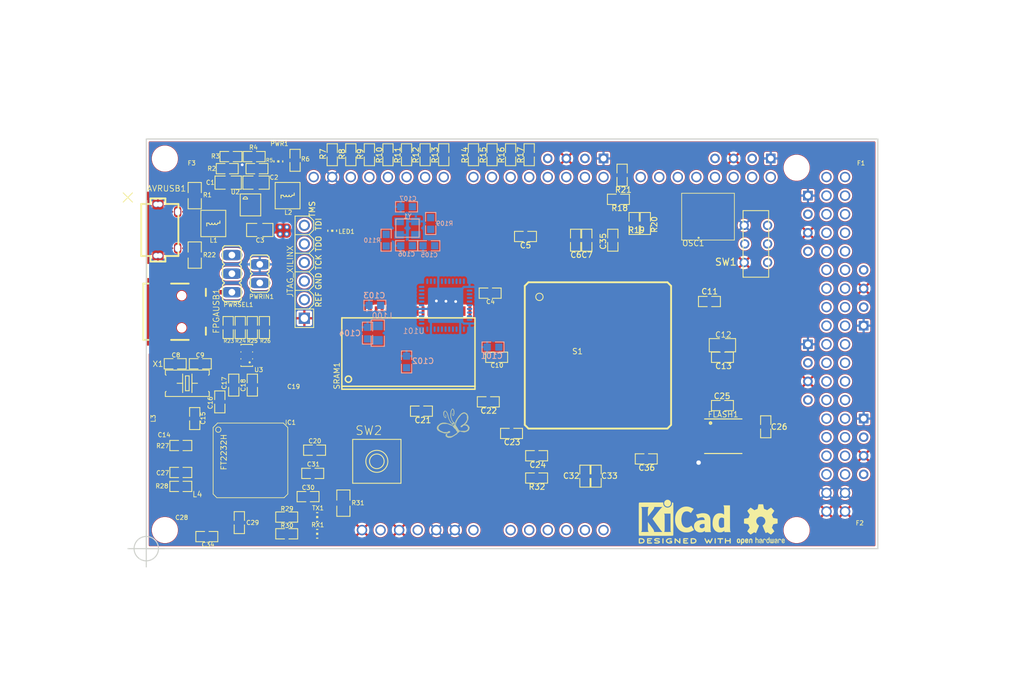
<source format=kicad_pcb>
(kicad_pcb (version 20171130) (host pcbnew "(5.0.0)")
  (title_block (title "Papillio Due - Clone") (date 2018-10-16) (rev 1.0) (company "Curso Diseño de PSBs - CESE 2018") (comment 1 "Autor Gonzalo Lavigna"))
  (layers (0 Top signal) (1 Route2 signal) (2 Route3 signal) (31 Bottom signal) (34 B.Paste user) (35 F.Paste user) (36 B.SilkS user) (37 F.SilkS user) (38 B.Mask user) (39 F.Mask user) (44 Edge.Cuts user))
  (net 0 "")
  (net 1 /Arduino/5V_ARDUINO)
  (net 2 /Arduino/D-)
  (net 3 /Arduino/D+)
  (net 4 /Arduino/USBID)
  (net 5 GND)
  (net 6 +3V3)
  (net 7 +1V2)
  (net 8 +5V)
  (net 9 "Net-(C22-Pad2)")
  (net 10 "Net-(C8-Pad1)")
  (net 11 "Net-(C9-Pad1)")
  (net 12 "Net-(C14-Pad+)")
  (net 13 +1V8)
  (net 14 /Arduino/AREF)
  (net 15 /Arduino/UCAP)
  (net 16 /Arduino/AVCC)
  (net 17 /Arduino/XTAL2)
  (net 18 /Arduino/XTAL1)
  (net 19 /FPGA/FPGA-CORE/FLASH_CS)
  (net 20 /FPGA/FPGA-CORE/FLASH_SO)
  (net 21 /FPGA/FPGA-CORE/FLASH_SI)
  (net 22 /FPGA/FPGA-CORE/FLASH_SCK)
  (net 23 /FT2232H/FTUSB_P)
  (net 24 /FT2232H/FTUSB_N)
  (net 25 "Net-(FPGAUSB1-PadID)")
  (net 26 /FT2232H/5V_FT2232)
  (net 27 /FPGA/AD1-JTAG_TDI)
  (net 28 /FPGA/AD2-JTAG_TDO)
  (net 29 /FPGA/AD3-JTAG_TMS)
  (net 30 /FPGA/AD4-DTR)
  (net 31 /FT2232H/AD5)
  (net 32 /FT2232H/AD6)
  (net 33 /FT2232H/AD7)
  (net 34 /FT2232H/AC0)
  (net 35 /FT2232H/AC1)
  (net 36 /FT2232H/AC2)
  (net 37 /FT2232H/AC3)
  (net 38 /FT2232H/AC4)
  (net 39 /FT2232H/AC5)
  (net 40 /FT2232H/EECS)
  (net 41 /FT2232H/EECLK)
  (net 42 /FT2232H/EEDATA)
  (net 43 /FT2232H/~PWEREN)
  (net 44 /FT2232H/BC7)
  (net 45 /FT2232H/BC6)
  (net 46 /FT2232H/BC5)
  (net 47 /FT2232H/BC4)
  (net 48 /FT2232H/BC3)
  (net 49 /FT2232H/BC2)
  (net 50 /FT2232H/BC1)
  (net 51 /FT2232H/AC6)
  (net 52 /FT2232H/AC7)
  (net 53 /FT2232H/~SUSPEND)
  (net 54 /FPGA/BD0_TXD/MPSSE_TCK)
  (net 55 /FPGA/BD1_RXD/MPSSE_TDI)
  (net 56 /FPGA/BD2_MPSSE_TDO)
  (net 57 /FPGA/BD3_MPSSE_TMS)
  (net 58 /FPGA/BD4-DTR)
  (net 59 /FT2232H/BD5)
  (net 60 /FT2232H/BD6)
  (net 61 /FT2232H/BD7)
  (net 62 /FT2232H/BC0)
  (net 63 /FPGA/AD0-JTAG_TCK)
  (net 64 /FT2232H/~RESET)
  (net 65 "Net-(IC1-Pad9)")
  (net 66 "Net-(IC1-Pad6)")
  (net 67 "Net-(L1-Pad1)")
  (net 68 "Net-(L2-Pad1)")
  (net 69 "Net-(LED1-PadA)")
  (net 70 /FPGA/FPGA-CORE/OSC_IN)
  (net 71 "Net-(PWR1-PadA)")
  (net 72 /Arduino/AVRUSB_N)
  (net 73 "Net-(R2-Pad1)")
  (net 74 "Net-(R4-Pad1)")
  (net 75 /Arduino/ATMEGA_IO13*)
  (net 76 /FPGA/FPGA-CORE/MEGA_D13)
  (net 77 "Net-(R8-Pad1)")
  (net 78 "Net-(R9-Pad1)")
  (net 79 /FPGA/FPGA-CORE/MEGA_D12)
  (net 80 /FPGA/FPGA-CORE/MEGA_D11)
  (net 81 "Net-(R10-Pad1)")
  (net 82 /FPGA/FPGA-CORE/MEGA_D10)
  (net 83 "Net-(R11-Pad1)")
  (net 84 /FPGA/FPGA-CORE/MEGA_D9)
  (net 85 "Net-(R12-Pad1)")
  (net 86 "Net-(R13-Pad1)")
  (net 87 /FPGA/FPGA-CORE/MEGA_D8)
  (net 88 /FPGA/FPGA-CORE/MEGA_D7)
  (net 89 "Net-(R14-Pad1)")
  (net 90 "Net-(R15-Pad1)")
  (net 91 /FPGA/FPGA-CORE/MEGA_D6)
  (net 92 /FPGA/FPGA-CORE/MEGA_D5)
  (net 93 "Net-(R16-Pad1)")
  (net 94 "Net-(R17-Pad1)")
  (net 95 /FPGA/FPGA-CORE/MEGA_D4)
  (net 96 /FPGA/FPGA-CORE/MEGA_D3)
  (net 97 "Net-(R18-Pad1)")
  (net 98 /FPGA/FPGA-CORE/MEGA_D2)
  (net 99 "Net-(R19-Pad1)")
  (net 100 "Net-(R20-Pad1)")
  (net 101 /FPGA/FPGA-CORE/MEGA_D1)
  (net 102 "Net-(R21-Pad1)")
  (net 103 /FPGA/FPGA-CORE/MEGA_D0)
  (net 104 /Arduino/AVRUSB_P)
  (net 105 "Net-(R25-Pad2)")
  (net 106 "Net-(R29-Pad1)")
  (net 107 "Net-(R30-Pad1)")
  (net 108 "Net-(R31-Pad1)")
  (net 109 /FPGA/FPGA-CORE/MEGA_D53)
  (net 110 /Arduino/ARD_RESET)
  (net 111 /FPGA/FPGA-CORE/SRAM_A7)
  (net 112 /FPGA/FPGA-CORE/SRAM_A6)
  (net 113 /FPGA/FPGA-CORE/SRAM_A5)
  (net 114 /FPGA/FPGA-CORE/~SRAM_WE)
  (net 115 /FPGA/FPGA-CORE/SRAM_A0)
  (net 116 /FPGA/FPGA-CORE/SRAM_A1)
  (net 117 /FPGA/FPGA-CORE/SRAM_A2)
  (net 118 /FPGA/FPGA-CORE/SRAM_A3)
  (net 119 /FPGA/FPGA-CORE/SRAM_A4)
  (net 120 /FPGA/FPGA-CORE/~SRAM_CS)
  (net 121 /FPGA/FPGA-CORE/SRAM_D0)
  (net 122 /FPGA/FPGA-CORE/SRAM_D1)
  (net 123 /FPGA/FPGA-CORE/SRAM_D2)
  (net 124 /FPGA/FPGA-CORE/SRAM_D3)
  (net 125 /FPGA/FPGA-CORE/SRAM_D4)
  (net 126 /FPGA/FPGA-CORE/SRAM_D5)
  (net 127 /FPGA/FPGA-CORE/SRAM_D6)
  (net 128 /FPGA/FPGA-CORE/SRAM_D7)
  (net 129 /FPGA/FPGA-CORE/~SRAM_OE)
  (net 130 /FPGA/FPGA-CORE/SRAM_A15)
  (net 131 /FPGA/FPGA-CORE/SRAM_A16)
  (net 132 /FPGA/FPGA-CORE/SRAM_A20)
  (net 133 /FPGA/FPGA-CORE/SRAM_A18)
  (net 134 /FPGA/FPGA-CORE/SRAM_A17)
  (net 135 /FPGA/FPGA-CORE/SRAM_A14)
  (net 136 /FPGA/FPGA-CORE/SRAM_A13)
  (net 137 /FPGA/FPGA-CORE/SRAM_A12)
  (net 138 /FPGA/FPGA-CORE/SRAM_A11)
  (net 139 /FPGA/FPGA-CORE/SRAM_A10)
  (net 140 /FPGA/FPGA-CORE/SRAM_A19)
  (net 141 /FPGA/FPGA-CORE/MEGA_D52)
  (net 142 /FPGA/FPGA-CORE/MEGA_D51)
  (net 143 /FPGA/FPGA-CORE/MEGA_D50)
  (net 144 /FPGA/FPGA-CORE/MEGA_D49)
  (net 145 /FPGA/FPGA-CORE/MEGA_D48)
  (net 146 /FPGA/FPGA-CORE/MEGA_D47)
  (net 147 /FPGA/FPGA-CORE/MEGA_D46)
  (net 148 /FPGA/FPGA-CORE/MEGA_D45)
  (net 149 /FPGA/FPGA-CORE/MEGA_D44)
  (net 150 /FPGA/FPGA-CORE/MEGA_D43)
  (net 151 /FPGA/FPGA-CORE/MEGA_D42)
  (net 152 /FPGA/FPGA-CORE/MEGA_D41)
  (net 153 /FPGA/FPGA-CORE/MEGA_D40)
  (net 154 "Net-(S1-Pad71)")
  (net 155 "Net-(S1-Pad72)")
  (net 156 /FPGA/FPGA-CORE/MEGA_D39)
  (net 157 /FPGA/FPGA-CORE/MEGA_D38)
  (net 158 /FPGA/FPGA-CORE/MEGA_D37)
  (net 159 /FPGA/FPGA-CORE/MEGA_D36)
  (net 160 /FPGA/FPGA-CORE/MEGA_D35)
  (net 161 /Arduino/MEGA_D34/A2)
  (net 162 /FPGA/FPGA-CORE/MEGA_D33)
  (net 163 /Arduino/MEGA_D32/A3)
  (net 164 /FPGA/FPGA-CORE/MEGA_D31)
  (net 165 /Arduino/MEGA_D30/A4)
  (net 166 /FPGA/FPGA-CORE/MEGA_D29)
  (net 167 /Arduino/MEGA_D28/A5)
  (net 168 /FPGA/FPGA-CORE/MEGA_D27)
  (net 169 /FPGA/FPGA-CORE/MEGA_D26)
  (net 170 /FPGA/FPGA-CORE/MEGA_D25)
  (net 171 /FPGA/FPGA-CORE/MEGA_D24)
  (net 172 /FPGA/FPGA-CORE/MEGA_D23)
  (net 173 /FPGA/FPGA-CORE/MEGA_D22)
  (net 174 /FPGA/FPGA-CORE/MEGA_D21)
  (net 175 /FPGA/FPGA-CORE/MEGA_D20)
  (net 176 /FPGA/FPGA-CORE/MEGA_D19)
  (net 177 /FPGA/FPGA-CORE/SW1)
  (net 178 /FPGA/FPGA-CORE/MEGA_D18)
  (net 179 /FPGA/FPGA-CORE/MEGA_D17)
  (net 180 /Arduino/MEGA_D16)
  (net 181 /Arduino/MEGA_D15)
  (net 182 /Arduino/MEGA_D14)
  (net 183 /FPGA/FPGA-CORE/SRAM_A9)
  (net 184 /FPGA/FPGA-CORE/SRAM_A8)
  (net 185 "Net-(SW1-PadCOM1)")
  (net 186 "Net-(SW1-PadCH1A)")
  (net 187 "Net-(SW1-PadCH1B)")
  (net 188 /Arduino/ATMEGA_A0)
  (net 189 /Arduino/ATMEGA_A1)
  (net 190 "Net-(U1-PadVIN)")
  (net 191 /Arduino/NC)
  (net 192 /Arduino/ATMEGA_IO10*)
  (net 193 /Arduino/ATMEGA_IO11*)
  (net 194 /Arduino/ATMEGA_IO12)
  (net 195 /Arduino/ATMEGA_IO9*)
  (net 196 /Arduino/ATMEGA_IO8)
  (net 197 /Arduino/ATMEGA_D7)
  (net 198 /Arduino/ATMEGA_D0/RX)
  (net 199 /Arduino/ATMEGA_D1/TX)
  (net 200 "Net-(U101-Pad22)")
  (net 201 /Arduino/ATMEGA_D6*)
  (net 202 /Arduino/ATMEGA_D5*)
  (net 203 /Arduino/ATMEGA_D4)
  (net 204 /Arduino/ATMEGA_D3)
  (net 205 /Arduino/ATMEGA_D2)
  (net 206 "Net-(U$1-PadJTAG_GND)")
  (net 207 "Net-(WING_POWER1-PadP2)")
  (net 208 "Net-(WING_POWER2-PadP2)")
  (net 209 "Net-(WING_POWER3-PadP2)")
  (net 210 "Net-(WING_POWER4-PadP2)")
  (net 211 "Net-(WING_POWER5-PadP2)")
  (net 212 "Net-(WING_POWER6-PadP2)")
  (module Papilio_DUO:6P-2CH-2.54-9.1X3.5X3.2+2H (layer Top) (at 181.8291 91.3476 90)
    (fp_text reference SW1 (at -1.905 -2.54) (layer F.SilkS) (effects (font (size 0.9652 0.9652) (thickness 0.14478)) (justify right top)))
    (fp_text value SWITCH-2CH-6P-3010010P1)
    (pad COM1 thru_hole circle (at 0 1.6 180) (size 1.27 1.27) (drill 0.8128) (layers *.Cu *.Mask) (net 185 "Net-(SW1-PadCOM1)"))
    (pad COM2 thru_hole circle (at 0 -1.524 180) (size 1.27 1.27) (drill 0.8128) (layers *.Cu *.Mask) (net 177 /FPGA/FPGA-CORE/SW1))
    (pad CH1A thru_hole circle (at -2.54 1.6 180) (size 1.27 1.27) (drill 0.8128) (layers *.Cu *.Mask) (net 186 "Net-(SW1-PadCH1A)"))
    (pad CH1B thru_hole circle (at 2.54 1.6 180) (size 1.27 1.27) (drill 0.8128) (layers *.Cu *.Mask) (net 187 "Net-(SW1-PadCH1B)"))
    (pad CH2B thru_hole circle (at 2.54 -1.6 180) (size 1.27 1.27) (drill 0.8128) (layers *.Cu *.Mask) (net 5 GND))
    (pad CH2A thru_hole circle (at -2.54 -1.6 180) (size 1.27 1.27) (drill 0.8128) (layers *.Cu *.Mask) (net 6 +3V3))
  )
  (module Papilio_DUO:STAND-OFF-TIGHT (layer Top) (at 187.4011 80.9336)
    (fp_text reference U$3 hide)
    (fp_text value "" hide)
    (pad "" np_thru_hole circle (at 0 0) (size 3.048 3.048) (drill 3.048) (layers *.Cu *.Mask))
  )
  (module Papilio_DUO:STAND-OFF-TIGHT (layer Top) (at 101.0411 130.4636)
    (fp_text reference U$3 hide)
    (fp_text value "" hide)
    (pad "" np_thru_hole circle (at 0 0) (size 3.048 3.048) (drill 3.048) (layers *.Cu *.Mask))
  )
  (module Papilio_DUO:STAND-OFF-TIGHT (layer Top) (at 101.0411 79.6836)
    (fp_text reference U$3 hide)
    (fp_text value "" hide)
    (pad "" np_thru_hole circle (at 0 0) (size 3.048 3.048) (drill 3.048) (layers *.Cu *.Mask))
  )
  (module Papilio_DUO:STAND-OFF-TIGHT (layer Top) (at 187.4011 130.4636)
    (fp_text reference U$3 hide)
    (fp_text value "" hide)
    (pad "" np_thru_hole circle (at 0 0) (size 3.048 3.048) (drill 3.048) (layers *.Cu *.Mask))
  )
  (module Papilio_DUO:OSC1 (layer Top) (at 172.7867 89.722)
    (fp_text reference OSC1 (at -1.0856 1.9816 -180) (layer F.SilkS) (effects (font (size 0.76 0.76) (thickness 0.1064)) (justify left bottom)))
    (fp_text value 32MHz hide)
    (pad 1@1 smd rect (at 0 0) (size 1.8 2) (layers Top F.Paste F.Mask) (net 6 +3V3))
    (pad 2@2 smd rect (at 5.08 0) (size 1.8 2) (layers Top F.Paste F.Mask) (net 5 GND))
    (pad 3@3 smd rect (at 5.08 -4.2) (size 1.8 2) (layers Top F.Paste F.Mask) (net 70 /FPGA/FPGA-CORE/OSC_IN))
    (pad 4@4 smd rect (at 0 -4.2) (size 1.8 2) (layers Top F.Paste F.Mask) (net 6 +3V3))
  )
  (module Papilio_DUO:CRYSTAL-3.2-2.5 (layer Bottom) (at 134.2041 89.1886)
    (fp_text reference Y1 (at -0.603 -1.985) (layer B.SilkS) (effects (font (size 0.6 0.6) (thickness 0.1)) (justify right top mirror)))
    (fp_text value "16Mhz KX-7")
    (pad 1 smd rect (at -1.15 -0.925 270) (size 1.05 1.3) (layers Bottom B.Paste B.Mask) (net 18 /Arduino/XTAL1))
    (pad 2 smd rect (at 1.15 -0.925 270) (size 1.05 1.3) (layers Bottom B.Paste B.Mask) (net 5 GND))
    (pad 3 smd rect (at 1.15 0.925 270) (size 1.05 1.3) (layers Bottom B.Paste B.Mask) (net 17 /Arduino/XTAL2))
    (pad 4 smd rect (at -1.15 0.925 270) (size 1.05 1.3) (layers Bottom B.Paste B.Mask) (net 5 GND))
  )
  (module Papilio_DUO:4X6 (layer Top) (at 104.1051 110.3976 180)
    (fp_text reference X1 (at 4.804 2.194) (layer F.SilkS) (effects (font (size 0.76 0.76) (thickness 0.1064)) (justify left bottom)))
    (fp_text value 12MHz)
    (pad 1 smd rect (at -2.54 0 180) (size 2.032 2.032) (layers Top F.Paste F.Mask) (net 11 "Net-(C9-Pad1)"))
    (pad 2 smd rect (at 2.54 0 180) (size 2.032 2.032) (layers Top F.Paste F.Mask) (net 10 "Net-(C8-Pad1)"))
  )
  (module Papilio_DUO:JP2 (layer Top) (at 110.2011 95.4116 90)
    (fp_text reference PWRSEL1 (at -4.592 -1.2 180) (layer F.SilkS) (effects (font (size 0.6 0.6) (thickness 0.1)) (justify left bottom)))
    (fp_text value JP2E)
    (pad 1 thru_hole oval (at -2.54 0 180) (size 2.8448 1.4224) (drill 0.9144) (layers *.Cu *.Mask) (net 26 /FT2232H/5V_FT2232))
    (pad 2 thru_hole oval (at 0 0 180) (size 2.8448 1.4224) (drill 0.9144) (layers *.Cu *.Mask) (net 8 +5V))
    (pad 3 thru_hole oval (at 2.54 0 180) (size 2.8448 1.4224) (drill 0.9144) (layers *.Cu *.Mask) (net 1 /Arduino/5V_ARDUINO))
  )
  (module Papilio_DUO:JP1 (layer Top) (at 114.0111 95.4116)
    (fp_text reference PWRIN1 (at 1.99 2.792 180) (layer F.SilkS) (effects (font (size 0.6 0.6) (thickness 0.1)) (justify right top)))
    (fp_text value JP1E)
    (pad 1 thru_hole oval (at 0 1.27) (size 2.8448 1.4224) (drill 0.9144) (layers *.Cu *.Mask) (net 8 +5V))
    (pad 2 thru_hole oval (at 0 -1.27) (size 2.8448 1.4224) (drill 0.9144) (layers *.Cu *.Mask) (net 5 GND))
  )
  (module Papilio_DUO:CONN_USB_MINI-B (layer Top) (at 103.3431 100.6186 270)
    (fp_text reference FPGAUSB1 (at -3.215 -4.258 270) (layer F.SilkS) (effects (font (size 0.8 0.8) (thickness 0.1)) (justify right top)))
    (fp_text value CONN_USB hide)
    (pad "" np_thru_hole circle (at 2.2 0 270) (size 0.9 0.9) (drill 0.9) (layers *.Cu))
    (pad "" np_thru_hole circle (at -2.2 0 270) (size 0.9 0.9) (drill 0.9) (layers *.Cu))
    (pad VUSB smd rect (at -1.6 -2.6 270) (size 0.5 2.3) (layers Top F.Paste F.Mask) (net 26 /FT2232H/5V_FT2232))
    (pad ID smd rect (at 0.8 -2.6 270) (size 0.5 2.3) (layers Top F.Paste F.Mask) (net 25 "Net-(FPGAUSB1-PadID)"))
    (pad GND smd rect (at 1.6 -2.6 270) (size 0.5 2.3) (layers Top F.Paste F.Mask) (net 5 GND))
    (pad D- smd rect (at -0.8 -2.6 270) (size 0.5 2.3) (layers Top F.Paste F.Mask) (net 24 /FT2232H/FTUSB_N))
    (pad D+ smd rect (at 0 -2.6 270) (size 0.5 2.3) (layers Top F.Paste F.Mask) (net 23 /FT2232H/FTUSB_P))
    (pad BODY@4 smd rect (at -4.45 3 270) (size 2 2.5) (layers Top F.Paste F.Mask))
    (pad BODY@3 smd rect (at 4.45 3 270) (size 2 2.5) (layers Top F.Paste F.Mask))
    (pad BODY@2 smd rect (at 4.45 -2.5 270) (size 2 2.5) (layers Top F.Paste F.Mask))
    (pad BODY@1 smd rect (at -4.45 -2.5 270) (size 2 2.5) (layers Top F.Paste F.Mask))
  )
  (module Papilio_DUO:SOT23-6 (layer Top) (at 112.2331 106.5876 90)
    (fp_text reference U3 (at -2.316 0.968) (layer F.SilkS) (effects (font (size 0.6 0.6) (thickness 0.1)) (justify left bottom)))
    (fp_text value 93C56B)
    (pad 1 smd roundrect (at -0.95 1.3 90) (size 0.55 1.2) (layers Top F.Paste F.Mask) (roundrect_rratio 0.1) (net 105 "Net-(R25-Pad2)"))
    (pad 2 smd roundrect (at 0 1.3 90) (size 0.55 1.2) (layers Top F.Paste F.Mask) (roundrect_rratio 0.1) (net 5 GND))
    (pad 3 smd roundrect (at 0.95 1.3 90) (size 0.55 1.2) (layers Top F.Paste F.Mask) (roundrect_rratio 0.1) (net 42 /FT2232H/EEDATA))
    (pad 4 smd roundrect (at 0.95 -1.3 90) (size 0.55 1.2) (layers Top F.Paste F.Mask) (roundrect_rratio 0.1) (net 41 /FT2232H/EECLK))
    (pad 5 smd roundrect (at 0 -1.3 90) (size 0.55 1.2) (layers Top F.Paste F.Mask) (roundrect_rratio 0.1) (net 40 /FT2232H/EECS))
    (pad 6 smd roundrect (at -0.95 -1.3 90) (size 0.55 1.2) (layers Top F.Paste F.Mask) (roundrect_rratio 0.1) (net 6 +3V3))
  )
  (module Papilio_DUO:MSOP10 (layer Top) (at 112.7411 86.0136 270)
    (fp_text reference U2 (at -1.41 2.74) (layer F.SilkS) (effects (font (size 0.6 0.6) (thickness 0.1)) (justify left bottom)))
    (fp_text value LTC3419MS)
    (pad 1 smd rect (at -1 2.1 270) (size 0.28 1) (layers Top F.Paste F.Mask) (net 73 "Net-(R2-Pad1)"))
    (pad 2 smd rect (at -0.5 2.1 270) (size 0.28 1) (layers Top F.Paste F.Mask) (net 8 +5V))
    (pad 3 smd rect (at 0 2.1 270) (size 0.28 1) (layers Top F.Paste F.Mask) (net 8 +5V))
    (pad 4 smd rect (at 0.5 2.1 270) (size 0.28 1) (layers Top F.Paste F.Mask) (net 67 "Net-(L1-Pad1)"))
    (pad 5 smd rect (at 1 2.1 270) (size 0.28 1) (layers Top F.Paste F.Mask) (net 5 GND))
    (pad 6 smd rect (at 1 -2.1 90) (size 0.28 1) (layers Top F.Paste F.Mask) (net 5 GND))
    (pad 7 smd rect (at 0.5 -2.1 90) (size 0.28 1) (layers Top F.Paste F.Mask) (net 8 +5V))
    (pad 8 smd rect (at 0 -2.1 90) (size 0.28 1) (layers Top F.Paste F.Mask) (net 68 "Net-(L2-Pad1)"))
    (pad 9 smd rect (at -0.5 -2.1 90) (size 0.28 1) (layers Top F.Paste F.Mask) (net 6 +3V3))
    (pad 10 smd rect (at -1 -2.1 90) (size 0.28 1) (layers Top F.Paste F.Mask) (net 74 "Net-(R4-Pad1)"))
  )
  (module Papilio_DUO:POWER_NO_TEXT (layer Top) (at 180.0511 79.6636 270)
    (fp_text reference WING_POWER4 hide)
    (fp_text value FRAME-A4L-LOC hide)
    (pad P4 thru_hole circle (at 0 3.81 180) (size 1.308 1.308) (drill 0.8) (layers *.Cu *.Mask) (net 8 +5V))
    (pad P3 thru_hole circle (at 0 1.27 180) (size 1.308 1.308) (drill 0.8) (layers *.Cu *.Mask) (net 6 +3V3))
    (pad P2 thru_hole circle (at 0 -1.27 180) (size 1.308 1.308) (drill 0.8) (layers *.Cu *.Mask) (net 210 "Net-(WING_POWER4-PadP2)"))
    (pad P1 thru_hole rect (at 0 -3.81 180) (size 1.308 1.308) (drill 0.8) (layers *.Cu *.Mask) (net 5 GND))
  )
  (module Papilio_DUO:SO08-EIAJ (layer Top) (at 177.3841 117.6366 270)
    (fp_text reference FLASH1 (at -2.533 2.183) (layer F.SilkS) (effects (font (size 0.76 0.76) (thickness 0.1064)) (justify left bottom)))
    (fp_text value FLASH-SPI-25XXSMD1)
    (pad 1 smd rect (at -1.905 3.3782 270) (size 0.6096 2.2098) (layers Top F.Paste F.Mask) (net 19 /FPGA/FPGA-CORE/FLASH_CS))
    (pad 2 smd rect (at -0.635 3.3782 270) (size 0.6096 2.2098) (layers Top F.Paste F.Mask) (net 20 /FPGA/FPGA-CORE/FLASH_SO))
    (pad 3 smd rect (at 0.635 3.3782 270) (size 0.6096 2.2098) (layers Top F.Paste F.Mask) (net 6 +3V3))
    (pad 4 smd rect (at 1.905 3.3782 270) (size 0.6096 2.2098) (layers Top F.Paste F.Mask) (net 5 GND))
    (pad 5 smd rect (at 1.905 -3.3528 270) (size 0.6096 2.2098) (layers Top F.Paste F.Mask) (net 21 /FPGA/FPGA-CORE/FLASH_SI))
    (pad 6 smd rect (at 0.635 -3.3528 270) (size 0.6096 2.2098) (layers Top F.Paste F.Mask) (net 22 /FPGA/FPGA-CORE/FLASH_SCK))
    (pad 7 smd rect (at -0.635 -3.3528 270) (size 0.6096 2.2098) (layers Top F.Paste F.Mask) (net 6 +3V3))
    (pad 8 smd rect (at -1.905 -3.3528 270) (size 0.6096 2.2098) (layers Top F.Paste F.Mask) (net 6 +3V3))
  )
  (module Papilio_DUO:EVQ-Q2 (layer Top) (at 130.0131 121.0656)
    (fp_text reference SW2 (at -3 -3.5) (layer F.SilkS) (effects (font (size 1.2065 1.2065) (thickness 0.1016)) (justify left bottom)))
    (fp_text value EVQQ2)
    (pad A smd rect (at -3.4 2) (size 3.2 1.2) (layers Top F.Paste F.Mask) (net 108 "Net-(R31-Pad1)"))
    (pad A' smd rect (at 3.4 2) (size 3.2 1.2) (layers Top F.Paste F.Mask) (net 108 "Net-(R31-Pad1)"))
    (pad B' smd rect (at 3.4 -2) (size 3.2 1.2) (layers Top F.Paste F.Mask) (net 5 GND))
    (pad B smd rect (at -3.4 -2) (size 3.2 1.2) (layers Top F.Paste F.Mask) (net 5 GND))
  )
  (module Papilio_DUO:TSOP44-II (layer Top) (at 134.3311 106.3336)
    (fp_text reference SRAM1 (at -10.23 1.11 90) (layer F.SilkS) (effects (font (size 0.76 0.76) (thickness 0.1064)) (justify right top)))
    (fp_text value ISSI_SRAM_8BIT)
    (pad 44 smd rect (at -8.4 -5.8 180) (size 0.4 1.3) (layers Top F.Paste F.Mask))
    (pad 43 smd rect (at -7.6 -5.8 180) (size 0.4 1.3) (layers Top F.Paste F.Mask))
    (pad 42 smd rect (at -6.8 -5.8 180) (size 0.4 1.3) (layers Top F.Paste F.Mask) (net 132 /FPGA/FPGA-CORE/SRAM_A20))
    (pad 41 smd rect (at -6 -5.8 180) (size 0.4 1.3) (layers Top F.Paste F.Mask) (net 133 /FPGA/FPGA-CORE/SRAM_A18))
    (pad 40 smd rect (at -5.2 -5.8 180) (size 0.4 1.3) (layers Top F.Paste F.Mask) (net 134 /FPGA/FPGA-CORE/SRAM_A17))
    (pad 39 smd rect (at -4.4 -5.8 180) (size 0.4 1.3) (layers Top F.Paste F.Mask) (net 131 /FPGA/FPGA-CORE/SRAM_A16))
    (pad 38 smd rect (at -3.6 -5.8 180) (size 0.4 1.3) (layers Top F.Paste F.Mask) (net 130 /FPGA/FPGA-CORE/SRAM_A15))
    (pad 37 smd rect (at -2.8 -5.8 180) (size 0.4 1.3) (layers Top F.Paste F.Mask) (net 129 /FPGA/FPGA-CORE/~SRAM_OE))
    (pad 36 smd rect (at -2 -5.8 180) (size 0.4 1.3) (layers Top F.Paste F.Mask) (net 128 /FPGA/FPGA-CORE/SRAM_D7))
    (pad 35 smd rect (at -1.2 -5.8 180) (size 0.4 1.3) (layers Top F.Paste F.Mask) (net 127 /FPGA/FPGA-CORE/SRAM_D6))
    (pad 34 smd rect (at -0.4 -5.8 180) (size 0.4 1.3) (layers Top F.Paste F.Mask) (net 5 GND))
    (pad 33 smd rect (at 0.4 -5.8 180) (size 0.4 1.3) (layers Top F.Paste F.Mask) (net 6 +3V3))
    (pad 32 smd rect (at 1.2 -5.8 180) (size 0.4 1.3) (layers Top F.Paste F.Mask) (net 126 /FPGA/FPGA-CORE/SRAM_D5))
    (pad 31 smd rect (at 2 -5.8 180) (size 0.4 1.3) (layers Top F.Paste F.Mask) (net 125 /FPGA/FPGA-CORE/SRAM_D4))
    (pad 30 smd rect (at 2.8 -5.8 180) (size 0.4 1.3) (layers Top F.Paste F.Mask) (net 135 /FPGA/FPGA-CORE/SRAM_A14))
    (pad 29 smd rect (at 3.6 -5.8 180) (size 0.4 1.3) (layers Top F.Paste F.Mask) (net 136 /FPGA/FPGA-CORE/SRAM_A13))
    (pad 28 smd rect (at 4.4 -5.8 180) (size 0.4 1.3) (layers Top F.Paste F.Mask) (net 137 /FPGA/FPGA-CORE/SRAM_A12))
    (pad 27 smd rect (at 5.2 -5.8 180) (size 0.4 1.3) (layers Top F.Paste F.Mask) (net 138 /FPGA/FPGA-CORE/SRAM_A11))
    (pad 26 smd rect (at 6 -5.8 180) (size 0.4 1.3) (layers Top F.Paste F.Mask) (net 139 /FPGA/FPGA-CORE/SRAM_A10))
    (pad 25 smd rect (at 6.8 -5.8 180) (size 0.4 1.3) (layers Top F.Paste F.Mask) (net 140 /FPGA/FPGA-CORE/SRAM_A19))
    (pad 24 smd rect (at 7.6 -5.8 180) (size 0.4 1.3) (layers Top F.Paste F.Mask))
    (pad 23 smd rect (at 8.4 -5.8 180) (size 0.4 1.3) (layers Top F.Paste F.Mask))
    (pad 22 smd rect (at 8.4 5.8) (size 0.4 1.3) (layers Top F.Paste F.Mask))
    (pad 21 smd rect (at 7.6 5.8) (size 0.4 1.3) (layers Top F.Paste F.Mask))
    (pad 20 smd rect (at 6.8 5.8) (size 0.4 1.3) (layers Top F.Paste F.Mask) (net 183 /FPGA/FPGA-CORE/SRAM_A9))
    (pad 19 smd rect (at 6 5.8) (size 0.4 1.3) (layers Top F.Paste F.Mask) (net 184 /FPGA/FPGA-CORE/SRAM_A8))
    (pad 18 smd rect (at 5.2 5.8) (size 0.4 1.3) (layers Top F.Paste F.Mask) (net 111 /FPGA/FPGA-CORE/SRAM_A7))
    (pad 17 smd rect (at 4.4 5.8) (size 0.4 1.3) (layers Top F.Paste F.Mask) (net 112 /FPGA/FPGA-CORE/SRAM_A6))
    (pad 16 smd rect (at 3.6 5.8) (size 0.4 1.3) (layers Top F.Paste F.Mask) (net 113 /FPGA/FPGA-CORE/SRAM_A5))
    (pad 15 smd rect (at 2.8 5.8) (size 0.4 1.3) (layers Top F.Paste F.Mask) (net 114 /FPGA/FPGA-CORE/~SRAM_WE))
    (pad 14 smd rect (at 2 5.8) (size 0.4 1.3) (layers Top F.Paste F.Mask) (net 124 /FPGA/FPGA-CORE/SRAM_D3))
    (pad 13 smd rect (at 1.2 5.8) (size 0.4 1.3) (layers Top F.Paste F.Mask) (net 123 /FPGA/FPGA-CORE/SRAM_D2))
    (pad 12 smd rect (at 0.4 5.8) (size 0.4 1.3) (layers Top F.Paste F.Mask) (net 5 GND))
    (pad 11 smd rect (at -0.4 5.8) (size 0.4 1.3) (layers Top F.Paste F.Mask) (net 6 +3V3))
    (pad 10 smd rect (at -1.2 5.8) (size 0.4 1.3) (layers Top F.Paste F.Mask) (net 122 /FPGA/FPGA-CORE/SRAM_D1))
    (pad 9 smd rect (at -2 5.8) (size 0.4 1.3) (layers Top F.Paste F.Mask) (net 121 /FPGA/FPGA-CORE/SRAM_D0))
    (pad 8 smd rect (at -2.8 5.8) (size 0.4 1.3) (layers Top F.Paste F.Mask) (net 120 /FPGA/FPGA-CORE/~SRAM_CS))
    (pad 7 smd rect (at -3.6 5.8) (size 0.4 1.3) (layers Top F.Paste F.Mask) (net 119 /FPGA/FPGA-CORE/SRAM_A4))
    (pad 6 smd rect (at -4.4 5.8) (size 0.4 1.3) (layers Top F.Paste F.Mask) (net 118 /FPGA/FPGA-CORE/SRAM_A3))
    (pad 5 smd rect (at -5.2 5.8) (size 0.4 1.3) (layers Top F.Paste F.Mask) (net 117 /FPGA/FPGA-CORE/SRAM_A2))
    (pad 4 smd rect (at -6 5.8) (size 0.4 1.3) (layers Top F.Paste F.Mask) (net 116 /FPGA/FPGA-CORE/SRAM_A1))
    (pad 3 smd rect (at -6.8 5.8) (size 0.4 1.3) (layers Top F.Paste F.Mask) (net 115 /FPGA/FPGA-CORE/SRAM_A0))
    (pad 2 smd rect (at -7.6 5.8) (size 0.4 1.3) (layers Top F.Paste F.Mask))
    (pad 1 smd rect (at -8.4 5.8) (size 0.4 1.3) (layers Top F.Paste F.Mask))
  )
  (module Papilio_DUO:TQ144 (layer Top) (at 160.2391 106.5876)
    (fp_text reference S1 (at -2 -1) (layer F.SilkS) (effects (font (size 0.76 0.76) (thickness 0.1064)) (justify right top)))
    (fp_text value 6SLX9TQG144)
    (pad 144 smd rect (at -8.75 -11.1 90) (size 1.6 0.3) (layers Top F.Paste F.Mask) (net 6 +3V3))
    (pad 143 smd rect (at -8.25 -11.1 90) (size 1.6 0.3) (layers Top F.Paste F.Mask) (net 184 /FPGA/FPGA-CORE/SRAM_A8))
    (pad 142 smd rect (at -7.75 -11.1 90) (size 1.6 0.3) (layers Top F.Paste F.Mask) (net 183 /FPGA/FPGA-CORE/SRAM_A9))
    (pad 141 smd rect (at -7.25 -11.1 90) (size 1.6 0.3) (layers Top F.Paste F.Mask) (net 55 /FPGA/BD1_RXD/MPSSE_TDI))
    (pad 140 smd rect (at -6.75 -11.1 90) (size 1.6 0.3) (layers Top F.Paste F.Mask) (net 56 /FPGA/BD2_MPSSE_TDO))
    (pad 139 smd rect (at -6.25 -11.1 90) (size 1.6 0.3) (layers Top F.Paste F.Mask) (net 110 /Arduino/ARD_RESET))
    (pad 138 smd rect (at -5.75 -11.1 90) (size 1.6 0.3) (layers Top F.Paste F.Mask) (net 57 /FPGA/BD3_MPSSE_TMS))
    (pad 137 smd rect (at -5.25 -11.1 90) (size 1.6 0.3) (layers Top F.Paste F.Mask) (net 58 /FPGA/BD4-DTR))
    (pad 136 smd rect (at -4.75 -11.1 90) (size 1.6 0.3) (layers Top F.Paste F.Mask) (net 5 GND))
    (pad 135 smd rect (at -4.25 -11.1 90) (size 1.6 0.3) (layers Top F.Paste F.Mask) (net 6 +3V3))
    (pad 134 smd rect (at -3.75 -11.1 90) (size 1.6 0.3) (layers Top F.Paste F.Mask) (net 76 /FPGA/FPGA-CORE/MEGA_D13))
    (pad 133 smd rect (at -3.25 -11.1 90) (size 1.6 0.3) (layers Top F.Paste F.Mask) (net 79 /FPGA/FPGA-CORE/MEGA_D12))
    (pad 132 smd rect (at -2.75 -11.1 90) (size 1.6 0.3) (layers Top F.Paste F.Mask) (net 80 /FPGA/FPGA-CORE/MEGA_D11))
    (pad 131 smd rect (at -2.25 -11.1 90) (size 1.6 0.3) (layers Top F.Paste F.Mask) (net 82 /FPGA/FPGA-CORE/MEGA_D10))
    (pad 130 smd rect (at -1.75 -11.1 90) (size 1.6 0.3) (layers Top F.Paste F.Mask) (net 5 GND))
    (pad 129 smd rect (at -1.25 -11.1 90) (size 1.6 0.3) (layers Top F.Paste F.Mask) (net 6 +3V3))
    (pad 128 smd rect (at -0.75 -11.1 90) (size 1.6 0.3) (layers Top F.Paste F.Mask) (net 7 +1V2))
    (pad 127 smd rect (at -0.25 -11.1 90) (size 1.6 0.3) (layers Top F.Paste F.Mask) (net 84 /FPGA/FPGA-CORE/MEGA_D9))
    (pad 126 smd rect (at 0.25 -11.1 90) (size 1.6 0.3) (layers Top F.Paste F.Mask) (net 87 /FPGA/FPGA-CORE/MEGA_D8))
    (pad 125 smd rect (at 0.75 -11.1 90) (size 1.6 0.3) (layers Top F.Paste F.Mask) (net 6 +3V3))
    (pad 124 smd rect (at 1.25 -11.1 90) (size 1.6 0.3) (layers Top F.Paste F.Mask) (net 88 /FPGA/FPGA-CORE/MEGA_D7))
    (pad 123 smd rect (at 1.75 -11.1 90) (size 1.6 0.3) (layers Top F.Paste F.Mask) (net 91 /FPGA/FPGA-CORE/MEGA_D6))
    (pad 122 smd rect (at 2.25 -11.1 90) (size 1.6 0.3) (layers Top F.Paste F.Mask) (net 6 +3V3))
    (pad 121 smd rect (at 2.75 -11.1 90) (size 1.6 0.3) (layers Top F.Paste F.Mask) (net 92 /FPGA/FPGA-CORE/MEGA_D5))
    (pad 120 smd rect (at 3.25 -11.1 90) (size 1.6 0.3) (layers Top F.Paste F.Mask) (net 95 /FPGA/FPGA-CORE/MEGA_D4))
    (pad 119 smd rect (at 3.75 -11.1 90) (size 1.6 0.3) (layers Top F.Paste F.Mask) (net 96 /FPGA/FPGA-CORE/MEGA_D3))
    (pad 118 smd rect (at 4.25 -11.1 90) (size 1.6 0.3) (layers Top F.Paste F.Mask) (net 98 /FPGA/FPGA-CORE/MEGA_D2))
    (pad 117 smd rect (at 4.75 -11.1 90) (size 1.6 0.3) (layers Top F.Paste F.Mask) (net 101 /FPGA/FPGA-CORE/MEGA_D1))
    (pad 116 smd rect (at 5.25 -11.1 90) (size 1.6 0.3) (layers Top F.Paste F.Mask) (net 103 /FPGA/FPGA-CORE/MEGA_D0))
    (pad 115 smd rect (at 5.75 -11.1 90) (size 1.6 0.3) (layers Top F.Paste F.Mask) (net 182 /Arduino/MEGA_D14))
    (pad 114 smd rect (at 6.25 -11.1 90) (size 1.6 0.3) (layers Top F.Paste F.Mask) (net 181 /Arduino/MEGA_D15))
    (pad 113 smd rect (at 6.75 -11.1 90) (size 1.6 0.3) (layers Top F.Paste F.Mask) (net 5 GND))
    (pad 112 smd rect (at 7.25 -11.1 90) (size 1.6 0.3) (layers Top F.Paste F.Mask) (net 180 /Arduino/MEGA_D16))
    (pad 111 smd rect (at 7.75 -11.1 90) (size 1.6 0.3) (layers Top F.Paste F.Mask) (net 179 /FPGA/FPGA-CORE/MEGA_D17))
    (pad 110 smd rect (at 8.25 -11.1 90) (size 1.6 0.3) (layers Top F.Paste F.Mask) (net 27 /FPGA/AD1-JTAG_TDI))
    (pad 109 smd rect (at 8.75 -11.1 90) (size 1.6 0.3) (layers Top F.Paste F.Mask) (net 63 /FPGA/AD0-JTAG_TCK))
    (pad 108 smd rect (at 11.1 -8.75) (size 1.6 0.3) (layers Top F.Paste F.Mask) (net 5 GND))
    (pad 107 smd rect (at 11.1 -8.25) (size 1.6 0.3) (layers Top F.Paste F.Mask) (net 29 /FPGA/AD3-JTAG_TMS))
    (pad 106 smd rect (at 11.1 -7.75) (size 1.6 0.3) (layers Top F.Paste F.Mask) (net 28 /FPGA/AD2-JTAG_TDO))
    (pad 105 smd rect (at 11.1 -7.25) (size 1.6 0.3) (layers Top F.Paste F.Mask) (net 178 /FPGA/FPGA-CORE/MEGA_D18))
    (pad 104 smd rect (at 11.1 -6.75) (size 1.6 0.3) (layers Top F.Paste F.Mask) (net 177 /FPGA/FPGA-CORE/SW1))
    (pad 103 smd rect (at 11.1 -6.25) (size 1.6 0.3) (layers Top F.Paste F.Mask) (net 6 +3V3))
    (pad 102 smd rect (at 11.1 -5.75) (size 1.6 0.3) (layers Top F.Paste F.Mask) (net 176 /FPGA/FPGA-CORE/MEGA_D19))
    (pad 101 smd rect (at 11.1 -5.25) (size 1.6 0.3) (layers Top F.Paste F.Mask) (net 175 /FPGA/FPGA-CORE/MEGA_D20))
    (pad 100 smd rect (at 11.1 -4.75) (size 1.6 0.3) (layers Top F.Paste F.Mask) (net 174 /FPGA/FPGA-CORE/MEGA_D21))
    (pad 99 smd rect (at 11.1 -4.25) (size 1.6 0.3) (layers Top F.Paste F.Mask) (net 173 /FPGA/FPGA-CORE/MEGA_D22))
    (pad 98 smd rect (at 11.1 -3.75) (size 1.6 0.3) (layers Top F.Paste F.Mask) (net 172 /FPGA/FPGA-CORE/MEGA_D23))
    (pad 97 smd rect (at 11.1 -3.25) (size 1.6 0.3) (layers Top F.Paste F.Mask) (net 171 /FPGA/FPGA-CORE/MEGA_D24))
    (pad 96 smd rect (at 11.1 -2.75) (size 1.6 0.3) (layers Top F.Paste F.Mask) (net 5 GND))
    (pad 95 smd rect (at 11.1 -2.25) (size 1.6 0.3) (layers Top F.Paste F.Mask) (net 170 /FPGA/FPGA-CORE/MEGA_D25))
    (pad 94 smd rect (at 11.1 -1.75) (size 1.6 0.3) (layers Top F.Paste F.Mask) (net 70 /FPGA/FPGA-CORE/OSC_IN))
    (pad 93 smd rect (at 11.1 -1.25) (size 1.6 0.3) (layers Top F.Paste F.Mask) (net 169 /FPGA/FPGA-CORE/MEGA_D26))
    (pad 92 smd rect (at 11.1 -0.75) (size 1.6 0.3) (layers Top F.Paste F.Mask) (net 168 /FPGA/FPGA-CORE/MEGA_D27))
    (pad 91 smd rect (at 11.1 -0.25) (size 1.6 0.3) (layers Top F.Paste F.Mask) (net 5 GND))
    (pad 90 smd rect (at 11.1 0.25) (size 1.6 0.3) (layers Top F.Paste F.Mask) (net 6 +3V3))
    (pad 89 smd rect (at 11.1 0.75) (size 1.6 0.3) (layers Top F.Paste F.Mask) (net 7 +1V2))
    (pad 88 smd rect (at 11.1 1.25) (size 1.6 0.3) (layers Top F.Paste F.Mask) (net 167 /Arduino/MEGA_D28/A5))
    (pad 87 smd rect (at 11.1 1.75) (size 1.6 0.3) (layers Top F.Paste F.Mask) (net 166 /FPGA/FPGA-CORE/MEGA_D29))
    (pad 86 smd rect (at 11.1 2.25) (size 1.6 0.3) (layers Top F.Paste F.Mask) (net 6 +3V3))
    (pad 85 smd rect (at 11.1 2.75) (size 1.6 0.3) (layers Top F.Paste F.Mask) (net 165 /Arduino/MEGA_D30/A4))
    (pad 84 smd rect (at 11.1 3.25) (size 1.6 0.3) (layers Top F.Paste F.Mask) (net 164 /FPGA/FPGA-CORE/MEGA_D31))
    (pad 83 smd rect (at 11.1 3.75) (size 1.6 0.3) (layers Top F.Paste F.Mask) (net 163 /Arduino/MEGA_D32/A3))
    (pad 82 smd rect (at 11.1 4.25) (size 1.6 0.3) (layers Top F.Paste F.Mask) (net 162 /FPGA/FPGA-CORE/MEGA_D33))
    (pad 81 smd rect (at 11.1 4.75) (size 1.6 0.3) (layers Top F.Paste F.Mask) (net 161 /Arduino/MEGA_D34/A2))
    (pad 80 smd rect (at 11.1 5.25) (size 1.6 0.3) (layers Top F.Paste F.Mask) (net 160 /FPGA/FPGA-CORE/MEGA_D35))
    (pad 79 smd rect (at 11.1 5.75) (size 1.6 0.3) (layers Top F.Paste F.Mask) (net 159 /FPGA/FPGA-CORE/MEGA_D36))
    (pad 78 smd rect (at 11.1 6.25) (size 1.6 0.3) (layers Top F.Paste F.Mask) (net 158 /FPGA/FPGA-CORE/MEGA_D37))
    (pad 77 smd rect (at 11.1 6.75) (size 1.6 0.3) (layers Top F.Paste F.Mask) (net 5 GND))
    (pad 76 smd rect (at 11.1 7.25) (size 1.6 0.3) (layers Top F.Paste F.Mask) (net 6 +3V3))
    (pad 75 smd rect (at 11.1 7.75) (size 1.6 0.3) (layers Top F.Paste F.Mask) (net 157 /FPGA/FPGA-CORE/MEGA_D38))
    (pad 74 smd rect (at 11.1 8.25) (size 1.6 0.3) (layers Top F.Paste F.Mask) (net 156 /FPGA/FPGA-CORE/MEGA_D39))
    (pad 73 smd rect (at 11.1 8.75) (size 1.6 0.3) (layers Top F.Paste F.Mask) (net 5 GND))
    (pad 72 smd rect (at 8.75 11.1 90) (size 1.6 0.3) (layers Top F.Paste F.Mask) (net 155 "Net-(S1-Pad72)"))
    (pad 71 smd rect (at 8.25 11.1 90) (size 1.6 0.3) (layers Top F.Paste F.Mask) (net 154 "Net-(S1-Pad71)"))
    (pad 70 smd rect (at 7.75 11.1 90) (size 1.6 0.3) (layers Top F.Paste F.Mask) (net 22 /FPGA/FPGA-CORE/FLASH_SCK))
    (pad 69 smd rect (at 7.25 11.1 90) (size 1.6 0.3) (layers Top F.Paste F.Mask) (net 6 +3V3))
    (pad 68 smd rect (at 6.75 11.1 90) (size 1.6 0.3) (layers Top F.Paste F.Mask) (net 5 GND))
    (pad 67 smd rect (at 6.25 11.1 90) (size 1.6 0.3) (layers Top F.Paste F.Mask) (net 153 /FPGA/FPGA-CORE/MEGA_D40))
    (pad 66 smd rect (at 5.75 11.1 90) (size 1.6 0.3) (layers Top F.Paste F.Mask) (net 152 /FPGA/FPGA-CORE/MEGA_D41))
    (pad 65 smd rect (at 5.25 11.1 90) (size 1.6 0.3) (layers Top F.Paste F.Mask) (net 20 /FPGA/FPGA-CORE/FLASH_SO))
    (pad 64 smd rect (at 4.75 11.1 90) (size 1.6 0.3) (layers Top F.Paste F.Mask) (net 21 /FPGA/FPGA-CORE/FLASH_SI))
    (pad 63 smd rect (at 4.25 11.1 90) (size 1.6 0.3) (layers Top F.Paste F.Mask) (net 6 +3V3))
    (pad 62 smd rect (at 3.75 11.1 90) (size 1.6 0.3) (layers Top F.Paste F.Mask) (net 151 /FPGA/FPGA-CORE/MEGA_D42))
    (pad 61 smd rect (at 3.25 11.1 90) (size 1.6 0.3) (layers Top F.Paste F.Mask) (net 150 /FPGA/FPGA-CORE/MEGA_D43))
    (pad 60 smd rect (at 2.75 11.1 90) (size 1.6 0.3) (layers Top F.Paste F.Mask) (net 5 GND))
    (pad 59 smd rect (at 2.25 11.1 90) (size 1.6 0.3) (layers Top F.Paste F.Mask) (net 149 /FPGA/FPGA-CORE/MEGA_D44))
    (pad 58 smd rect (at 1.75 11.1 90) (size 1.6 0.3) (layers Top F.Paste F.Mask) (net 148 /FPGA/FPGA-CORE/MEGA_D45))
    (pad 57 smd rect (at 1.25 11.1 90) (size 1.6 0.3) (layers Top F.Paste F.Mask) (net 147 /FPGA/FPGA-CORE/MEGA_D46))
    (pad 56 smd rect (at 0.75 11.1 90) (size 1.6 0.3) (layers Top F.Paste F.Mask) (net 146 /FPGA/FPGA-CORE/MEGA_D47))
    (pad 55 smd rect (at 0.25 11.1 90) (size 1.6 0.3) (layers Top F.Paste F.Mask) (net 145 /FPGA/FPGA-CORE/MEGA_D48))
    (pad 54 smd rect (at -0.25 11.1 90) (size 1.6 0.3) (layers Top F.Paste F.Mask) (net 5 GND))
    (pad 53 smd rect (at -0.75 11.1 90) (size 1.6 0.3) (layers Top F.Paste F.Mask) (net 6 +3V3))
    (pad 52 smd rect (at -1.25 11.1 90) (size 1.6 0.3) (layers Top F.Paste F.Mask) (net 7 +1V2))
    (pad 51 smd rect (at -1.75 11.1 90) (size 1.6 0.3) (layers Top F.Paste F.Mask) (net 144 /FPGA/FPGA-CORE/MEGA_D49))
    (pad 50 smd rect (at -2.25 11.1 90) (size 1.6 0.3) (layers Top F.Paste F.Mask) (net 143 /FPGA/FPGA-CORE/MEGA_D50))
    (pad 49 smd rect (at -2.75 11.1 90) (size 1.6 0.3) (layers Top F.Paste F.Mask) (net 5 GND))
    (pad 48 smd rect (at -3.25 11.1 90) (size 1.6 0.3) (layers Top F.Paste F.Mask) (net 142 /FPGA/FPGA-CORE/MEGA_D51))
    (pad 47 smd rect (at -3.75 11.1 90) (size 1.6 0.3) (layers Top F.Paste F.Mask) (net 141 /FPGA/FPGA-CORE/MEGA_D52))
    (pad 46 smd rect (at -4.25 11.1 90) (size 1.6 0.3) (layers Top F.Paste F.Mask) (net 54 /FPGA/BD0_TXD/MPSSE_TCK))
    (pad 45 smd rect (at -4.75 11.1 90) (size 1.6 0.3) (layers Top F.Paste F.Mask) (net 30 /FPGA/AD4-DTR))
    (pad 44 smd rect (at -5.25 11.1 90) (size 1.6 0.3) (layers Top F.Paste F.Mask) (net 140 /FPGA/FPGA-CORE/SRAM_A19))
    (pad 43 smd rect (at -5.75 11.1 90) (size 1.6 0.3) (layers Top F.Paste F.Mask) (net 139 /FPGA/FPGA-CORE/SRAM_A10))
    (pad 42 smd rect (at -6.25 11.1 90) (size 1.6 0.3) (layers Top F.Paste F.Mask) (net 6 +3V3))
    (pad 41 smd rect (at -6.75 11.1 90) (size 1.6 0.3) (layers Top F.Paste F.Mask) (net 138 /FPGA/FPGA-CORE/SRAM_A11))
    (pad 40 smd rect (at -7.25 11.1 90) (size 1.6 0.3) (layers Top F.Paste F.Mask) (net 137 /FPGA/FPGA-CORE/SRAM_A12))
    (pad 39 smd rect (at -7.75 11.1 90) (size 1.6 0.3) (layers Top F.Paste F.Mask) (net 109 /FPGA/FPGA-CORE/MEGA_D53))
    (pad 38 smd rect (at -8.25 11.1 90) (size 1.6 0.3) (layers Top F.Paste F.Mask) (net 19 /FPGA/FPGA-CORE/FLASH_CS))
    (pad 37 smd rect (at -8.75 11.1 90) (size 1.6 0.3) (layers Top F.Paste F.Mask) (net 108 "Net-(R31-Pad1)"))
    (pad 36 smd rect (at -11.1 8.75) (size 1.6 0.3) (layers Top F.Paste F.Mask) (net 6 +3V3))
    (pad 35 smd rect (at -11.1 8.25) (size 1.6 0.3) (layers Top F.Paste F.Mask) (net 136 /FPGA/FPGA-CORE/SRAM_A13))
    (pad 34 smd rect (at -11.1 7.75) (size 1.6 0.3) (layers Top F.Paste F.Mask) (net 135 /FPGA/FPGA-CORE/SRAM_A14))
    (pad 33 smd rect (at -11.1 7.25) (size 1.6 0.3) (layers Top F.Paste F.Mask) (net 134 /FPGA/FPGA-CORE/SRAM_A17))
    (pad 32 smd rect (at -11.1 6.75) (size 1.6 0.3) (layers Top F.Paste F.Mask) (net 133 /FPGA/FPGA-CORE/SRAM_A18))
    (pad 31 smd rect (at -11.1 6.25) (size 1.6 0.3) (layers Top F.Paste F.Mask) (net 6 +3V3))
    (pad 30 smd rect (at -11.1 5.75) (size 1.6 0.3) (layers Top F.Paste F.Mask) (net 132 /FPGA/FPGA-CORE/SRAM_A20))
    (pad 29 smd rect (at -11.1 5.25) (size 1.6 0.3) (layers Top F.Paste F.Mask) (net 131 /FPGA/FPGA-CORE/SRAM_A16))
    (pad 28 smd rect (at -11.1 4.75) (size 1.6 0.3) (layers Top F.Paste F.Mask) (net 7 +1V2))
    (pad 27 smd rect (at -11.1 4.25) (size 1.6 0.3) (layers Top F.Paste F.Mask) (net 130 /FPGA/FPGA-CORE/SRAM_A15))
    (pad 26 smd rect (at -11.1 3.75) (size 1.6 0.3) (layers Top F.Paste F.Mask) (net 129 /FPGA/FPGA-CORE/~SRAM_OE))
    (pad 25 smd rect (at -11.1 3.25) (size 1.6 0.3) (layers Top F.Paste F.Mask) (net 5 GND))
    (pad 24 smd rect (at -11.1 2.75) (size 1.6 0.3) (layers Top F.Paste F.Mask) (net 128 /FPGA/FPGA-CORE/SRAM_D7))
    (pad 23 smd rect (at -11.1 2.25) (size 1.6 0.3) (layers Top F.Paste F.Mask) (net 127 /FPGA/FPGA-CORE/SRAM_D6))
    (pad 22 smd rect (at -11.1 1.75) (size 1.6 0.3) (layers Top F.Paste F.Mask) (net 126 /FPGA/FPGA-CORE/SRAM_D5))
    (pad 21 smd rect (at -11.1 1.25) (size 1.6 0.3) (layers Top F.Paste F.Mask) (net 125 /FPGA/FPGA-CORE/SRAM_D4))
    (pad 20 smd rect (at -11.1 0.75) (size 1.6 0.3) (layers Top F.Paste F.Mask) (net 6 +3V3))
    (pad 19 smd rect (at -11.1 0.25) (size 1.6 0.3) (layers Top F.Paste F.Mask) (net 7 +1V2))
    (pad 18 smd rect (at -11.1 -0.25) (size 1.6 0.3) (layers Top F.Paste F.Mask) (net 6 +3V3))
    (pad 17 smd rect (at -11.1 -0.75) (size 1.6 0.3) (layers Top F.Paste F.Mask) (net 124 /FPGA/FPGA-CORE/SRAM_D3))
    (pad 16 smd rect (at -11.1 -1.25) (size 1.6 0.3) (layers Top F.Paste F.Mask) (net 123 /FPGA/FPGA-CORE/SRAM_D2))
    (pad 15 smd rect (at -11.1 -1.75) (size 1.6 0.3) (layers Top F.Paste F.Mask) (net 122 /FPGA/FPGA-CORE/SRAM_D1))
    (pad 14 smd rect (at -11.1 -2.25) (size 1.6 0.3) (layers Top F.Paste F.Mask) (net 121 /FPGA/FPGA-CORE/SRAM_D0))
    (pad 13 smd rect (at -11.1 -2.75) (size 1.6 0.3) (layers Top F.Paste F.Mask) (net 5 GND))
    (pad 12 smd rect (at -11.1 -3.25) (size 1.6 0.3) (layers Top F.Paste F.Mask) (net 120 /FPGA/FPGA-CORE/~SRAM_CS))
    (pad 11 smd rect (at -11.1 -3.75) (size 1.6 0.3) (layers Top F.Paste F.Mask) (net 119 /FPGA/FPGA-CORE/SRAM_A4))
    (pad 10 smd rect (at -11.1 -4.25) (size 1.6 0.3) (layers Top F.Paste F.Mask) (net 118 /FPGA/FPGA-CORE/SRAM_A3))
    (pad 9 smd rect (at -11.1 -4.75) (size 1.6 0.3) (layers Top F.Paste F.Mask) (net 117 /FPGA/FPGA-CORE/SRAM_A2))
    (pad 8 smd rect (at -11.1 -5.25) (size 1.6 0.3) (layers Top F.Paste F.Mask) (net 116 /FPGA/FPGA-CORE/SRAM_A1))
    (pad 7 smd rect (at -11.1 -5.75) (size 1.6 0.3) (layers Top F.Paste F.Mask) (net 115 /FPGA/FPGA-CORE/SRAM_A0))
    (pad 6 smd rect (at -11.1 -6.25) (size 1.6 0.3) (layers Top F.Paste F.Mask) (net 114 /FPGA/FPGA-CORE/~SRAM_WE))
    (pad 5 smd rect (at -11.1 -6.75) (size 1.6 0.3) (layers Top F.Paste F.Mask) (net 113 /FPGA/FPGA-CORE/SRAM_A5))
    (pad 4 smd rect (at -11.1 -7.25) (size 1.6 0.3) (layers Top F.Paste F.Mask) (net 6 +3V3))
    (pad 3 smd rect (at -11.1 -7.75) (size 1.6 0.3) (layers Top F.Paste F.Mask) (net 5 GND))
    (pad 2 smd rect (at -11.1 -8.25) (size 1.6 0.3) (layers Top F.Paste F.Mask) (net 112 /FPGA/FPGA-CORE/SRAM_A6))
    (pad 1 smd rect (at -11.1 -8.75) (size 1.6 0.3) (layers Top F.Paste F.Mask) (net 111 /FPGA/FPGA-CORE/SRAM_A7))
  )
  (module Papilio_DUO:LQFP64 (layer Top) (at 112.7411 120.9386)
    (fp_text reference IC1 (at 6.26 -5.535) (layer F.SilkS) (effects (font (size 0.6 0.6) (thickness 0.1)) (justify right top)))
    (fp_text value FT2232H (at -3.2 1.4 90) (layer F.SilkS) (effects (font (size 0.76 0.76) (thickness 0.1064)) (justify left bottom)))
    (pad 1 smd rect (at -5.6 -3.75 180) (size 1 0.27) (layers Top F.Paste F.Mask) (net 5 GND))
    (pad 2 smd rect (at -5.6 -3.25 180) (size 1 0.27) (layers Top F.Paste F.Mask) (net 11 "Net-(C9-Pad1)"))
    (pad 3 smd rect (at -5.6 -2.75 180) (size 1 0.27) (layers Top F.Paste F.Mask) (net 10 "Net-(C8-Pad1)"))
    (pad 4 smd rect (at -5.6 -2.25 180) (size 1 0.27) (layers Top F.Paste F.Mask) (net 12 "Net-(C14-Pad+)"))
    (pad 5 smd rect (at -5.6 -1.75 180) (size 1 0.27) (layers Top F.Paste F.Mask) (net 5 GND))
    (pad 6 smd rect (at -5.6 -1.25 180) (size 1 0.27) (layers Top F.Paste F.Mask) (net 66 "Net-(IC1-Pad6)"))
    (pad 7 smd rect (at -5.6 -0.75 180) (size 1 0.27) (layers Top F.Paste F.Mask) (net 24 /FT2232H/FTUSB_N))
    (pad 8 smd rect (at -5.6 -0.25 180) (size 1 0.27) (layers Top F.Paste F.Mask) (net 23 /FT2232H/FTUSB_P))
    (pad 9 smd rect (at -5.6 0.25 180) (size 1 0.27) (layers Top F.Paste F.Mask) (net 65 "Net-(IC1-Pad9)"))
    (pad 10 smd rect (at -5.6 0.75 180) (size 1 0.27) (layers Top F.Paste F.Mask) (net 5 GND))
    (pad 11 smd rect (at -5.6 1.25 180) (size 1 0.27) (layers Top F.Paste F.Mask) (net 5 GND))
    (pad 12 smd rect (at -5.6 1.75 180) (size 1 0.27) (layers Top F.Paste F.Mask) (net 13 +1V8))
    (pad 13 smd rect (at -5.6 2.25 180) (size 1 0.27) (layers Top F.Paste F.Mask) (net 5 GND))
    (pad 14 smd rect (at -5.6 2.75 180) (size 1 0.27) (layers Top F.Paste F.Mask) (net 64 /FT2232H/~RESET))
    (pad 15 smd rect (at -5.6 3.25 180) (size 1 0.27) (layers Top F.Paste F.Mask) (net 5 GND))
    (pad 16 smd rect (at -5.6 3.75 180) (size 1 0.27) (layers Top F.Paste F.Mask) (net 63 /FPGA/AD0-JTAG_TCK))
    (pad 48 smd rect (at 5.6 -3.75 180) (size 1 0.27) (layers Top F.Paste F.Mask) (net 62 /FT2232H/BC0))
    (pad 47 smd rect (at 5.6 -3.25 180) (size 1 0.27) (layers Top F.Paste F.Mask) (net 5 GND))
    (pad 46 smd rect (at 5.6 -2.75 180) (size 1 0.27) (layers Top F.Paste F.Mask) (net 61 /FT2232H/BD7))
    (pad 45 smd rect (at 5.6 -2.25 180) (size 1 0.27) (layers Top F.Paste F.Mask) (net 60 /FT2232H/BD6))
    (pad 44 smd rect (at 5.6 -1.75 180) (size 1 0.27) (layers Top F.Paste F.Mask) (net 59 /FT2232H/BD5))
    (pad 43 smd rect (at 5.6 -1.25 180) (size 1 0.27) (layers Top F.Paste F.Mask) (net 58 /FPGA/BD4-DTR))
    (pad 42 smd rect (at 5.6 -0.75 180) (size 1 0.27) (layers Top F.Paste F.Mask) (net 6 +3V3))
    (pad 41 smd rect (at 5.6 -0.25 180) (size 1 0.27) (layers Top F.Paste F.Mask) (net 57 /FPGA/BD3_MPSSE_TMS))
    (pad 40 smd rect (at 5.6 0.25 180) (size 1 0.27) (layers Top F.Paste F.Mask) (net 56 /FPGA/BD2_MPSSE_TDO))
    (pad 39 smd rect (at 5.6 0.75 180) (size 1 0.27) (layers Top F.Paste F.Mask) (net 55 /FPGA/BD1_RXD/MPSSE_TDI))
    (pad 38 smd rect (at 5.6 1.25 180) (size 1 0.27) (layers Top F.Paste F.Mask) (net 54 /FPGA/BD0_TXD/MPSSE_TCK))
    (pad 37 smd rect (at 5.6 1.75 180) (size 1 0.27) (layers Top F.Paste F.Mask) (net 13 +1V8))
    (pad 36 smd rect (at 5.6 2.25 180) (size 1 0.27) (layers Top F.Paste F.Mask) (net 53 /FT2232H/~SUSPEND))
    (pad 35 smd rect (at 5.6 2.75 180) (size 1 0.27) (layers Top F.Paste F.Mask) (net 5 GND))
    (pad 34 smd rect (at 5.6 3.25 180) (size 1 0.27) (layers Top F.Paste F.Mask) (net 52 /FT2232H/AC7))
    (pad 33 smd rect (at 5.6 3.75 180) (size 1 0.27) (layers Top F.Paste F.Mask) (net 51 /FT2232H/AC6))
    (pad 49 smd rect (at 3.75 -5.6 90) (size 1 0.27) (layers Top F.Paste F.Mask) (net 13 +1V8))
    (pad 50 smd rect (at 3.25 -5.6 90) (size 1 0.27) (layers Top F.Paste F.Mask) (net 6 +3V3))
    (pad 51 smd rect (at 2.75 -5.6 90) (size 1 0.27) (layers Top F.Paste F.Mask) (net 5 GND))
    (pad 52 smd rect (at 2.25 -5.6 90) (size 1 0.27) (layers Top F.Paste F.Mask) (net 50 /FT2232H/BC1))
    (pad 53 smd rect (at 1.75 -5.6 90) (size 1 0.27) (layers Top F.Paste F.Mask) (net 49 /FT2232H/BC2))
    (pad 54 smd rect (at 1.25 -5.6 90) (size 1 0.27) (layers Top F.Paste F.Mask) (net 48 /FT2232H/BC3))
    (pad 55 smd rect (at 0.75 -5.6 90) (size 1 0.27) (layers Top F.Paste F.Mask) (net 47 /FT2232H/BC4))
    (pad 56 smd rect (at 0.25 -5.6 90) (size 1 0.27) (layers Top F.Paste F.Mask) (net 6 +3V3))
    (pad 57 smd rect (at -0.25 -5.6 90) (size 1 0.27) (layers Top F.Paste F.Mask) (net 46 /FT2232H/BC5))
    (pad 58 smd rect (at -0.75 -5.6 90) (size 1 0.27) (layers Top F.Paste F.Mask) (net 45 /FT2232H/BC6))
    (pad 59 smd rect (at -1.25 -5.6 90) (size 1 0.27) (layers Top F.Paste F.Mask) (net 44 /FT2232H/BC7))
    (pad 60 smd rect (at -1.75 -5.6 90) (size 1 0.27) (layers Top F.Paste F.Mask) (net 43 /FT2232H/~PWEREN))
    (pad 61 smd rect (at -2.25 -5.6 90) (size 1 0.27) (layers Top F.Paste F.Mask) (net 42 /FT2232H/EEDATA))
    (pad 62 smd rect (at -2.75 -5.6 90) (size 1 0.27) (layers Top F.Paste F.Mask) (net 41 /FT2232H/EECLK))
    (pad 63 smd rect (at -3.25 -5.6 90) (size 1 0.27) (layers Top F.Paste F.Mask) (net 40 /FT2232H/EECS))
    (pad 64 smd rect (at -3.75 -5.6 90) (size 1 0.27) (layers Top F.Paste F.Mask) (net 13 +1V8))
    (pad 32 smd rect (at 3.75 5.6 90) (size 1 0.27) (layers Top F.Paste F.Mask) (net 39 /FT2232H/AC5))
    (pad 31 smd rect (at 3.25 5.6 90) (size 1 0.27) (layers Top F.Paste F.Mask) (net 6 +3V3))
    (pad 30 smd rect (at 2.75 5.6 90) (size 1 0.27) (layers Top F.Paste F.Mask) (net 38 /FT2232H/AC4))
    (pad 29 smd rect (at 2.25 5.6 90) (size 1 0.27) (layers Top F.Paste F.Mask) (net 37 /FT2232H/AC3))
    (pad 28 smd rect (at 1.75 5.6 90) (size 1 0.27) (layers Top F.Paste F.Mask) (net 36 /FT2232H/AC2))
    (pad 27 smd rect (at 1.25 5.6 90) (size 1 0.27) (layers Top F.Paste F.Mask) (net 35 /FT2232H/AC1))
    (pad 26 smd rect (at 0.75 5.6 90) (size 1 0.27) (layers Top F.Paste F.Mask) (net 34 /FT2232H/AC0))
    (pad 25 smd rect (at 0.25 5.6 90) (size 1 0.27) (layers Top F.Paste F.Mask) (net 5 GND))
    (pad 24 smd rect (at -0.25 5.6 90) (size 1 0.27) (layers Top F.Paste F.Mask) (net 33 /FT2232H/AD7))
    (pad 23 smd rect (at -0.75 5.6 90) (size 1 0.27) (layers Top F.Paste F.Mask) (net 32 /FT2232H/AD6))
    (pad 22 smd rect (at -1.25 5.6 90) (size 1 0.27) (layers Top F.Paste F.Mask) (net 31 /FT2232H/AD5))
    (pad 21 smd rect (at -1.75 5.6 90) (size 1 0.27) (layers Top F.Paste F.Mask) (net 30 /FPGA/AD4-DTR))
    (pad 20 smd rect (at -2.25 5.6 90) (size 1 0.27) (layers Top F.Paste F.Mask) (net 6 +3V3))
    (pad 19 smd rect (at -2.75 5.6 90) (size 1 0.27) (layers Top F.Paste F.Mask) (net 29 /FPGA/AD3-JTAG_TMS))
    (pad 18 smd rect (at -3.25 5.6 90) (size 1 0.27) (layers Top F.Paste F.Mask) (net 28 /FPGA/AD2-JTAG_TDO))
    (pad 17 smd rect (at -3.75 5.6 90) (size 1 0.27) (layers Top F.Paste F.Mask) (net 27 /FPGA/AD1-JTAG_TDI))
  )
  (module Papilio_DUO:CON2_USB_MICRO_B_AT (layer Top) (at 100.0919 89.4426 270)
    (fp_text reference AVRUSB1 (at -6.139 -3.9092) (layer F.SilkS) (effects (font (size 0.8 0.8) (thickness 0.1)) (justify right top)))
    (fp_text value MYCON2_USB-MINI-B hide)
    (pad R thru_hole circle (at -2.6162 -2.6924 270) (size 0.8128 0.8128) (drill 0.7) (layers *.Cu *.Mask))
    (pad Q thru_hole circle (at -2.3622 -2.6924 270) (size 0.8128 0.8128) (drill 0.7) (layers *.Cu *.Mask))
    (pad P thru_hole circle (at 2.3622 -2.6924 270) (size 0.8128 0.8128) (drill 0.7) (layers *.Cu *.Mask))
    (pad O thru_hole circle (at 2.6162 -2.6924 270) (size 0.8128 0.8128) (drill 0.7) (layers *.Cu *.Mask))
    (pad N thru_hole circle (at 3.5052 0.254 270) (size 0.8128 0.8128) (drill 0.7) (layers *.Cu *.Mask))
    (pad M thru_hole circle (at 3.5052 -0.254 270) (size 0.8128 0.8128) (drill 0.7) (layers *.Cu *.Mask))
    (pad L thru_hole circle (at -3.5052 0.254 270) (size 0.8128 0.8128) (drill 0.7) (layers *.Cu *.Mask))
    (pad K thru_hole circle (at -3.5052 -0.254 270) (size 0.8128 0.8128) (drill 0.7) (layers *.Cu *.Mask))
    (pad S6 smd roundrect (at 1.016 0 270) (size 1.524 1.524) (layers Top F.Paste F.Mask) (roundrect_rratio 0.05) (net 5 GND))
    (pad S5 smd roundrect (at -1.016 0 270) (size 1.524 1.524) (layers Top F.Paste F.Mask) (roundrect_rratio 0.05) (net 5 GND))
    (pad S4 smd roundrect (at 2.4892 -2.6924 270) (size 1.524 1.016) (layers Top F.Mask) (roundrect_rratio 0.4) (net 5 GND))
    (pad S3 smd roundrect (at -2.4892 -2.6924 270) (size 1.524 1.016) (layers Top F.Mask) (roundrect_rratio 0.4) (net 5 GND))
    (pad S2 smd roundrect (at 3.302 0 270) (size 1.651 1.5494) (layers Top F.Mask) (roundrect_rratio 0.1) (net 5 GND))
    (pad S1 smd roundrect (at -3.302 0 270) (size 1.651 1.5494) (layers Top F.Mask) (roundrect_rratio 0.1) (net 5 GND))
    (pad P5 smd roundrect (at 1.3208 -2.6924 270) (size 0.4064 1.3462) (layers Top F.Paste F.Mask) (roundrect_rratio 0.05) (net 5 GND))
    (pad P4 smd roundrect (at 0.6604 -2.6924 270) (size 0.4064 1.3462) (layers Top F.Paste F.Mask) (roundrect_rratio 0.05) (net 4 /Arduino/USBID))
    (pad P3 smd roundrect (at 0 -2.6924 270) (size 0.4064 1.3462) (layers Top F.Paste F.Mask) (roundrect_rratio 0.05) (net 3 /Arduino/D+))
    (pad P2 smd roundrect (at -0.6604 -2.6924 270) (size 0.4064 1.3462) (layers Top F.Paste F.Mask) (roundrect_rratio 0.05) (net 2 /Arduino/D-))
    (pad P1 smd roundrect (at -1.3208 -2.6924 270) (size 0.4064 1.3462) (layers Top F.Paste F.Mask) (roundrect_rratio 0.05) (net 1 /Arduino/5V_ARDUINO))
  )
  (module Papilio_DUO:GADGETFACTORY_LOGO (layer Top) (at 138.0141 118.3986)
    (fp_text reference U$7 hide)
    (fp_text value "" hide)
  )
  (module Papilio_DUO:0805 (layer Top) (at 109.6931 82.9656)
    (fp_text reference C1 (at -3.092 0.338 180) (layer F.SilkS) (effects (font (size 0.6 0.6) (thickness 0.1)) (justify left bottom)))
    (fp_text value 22u/6V3)
    (pad 1 smd roundrect (at -1 0) (size 1.2 1.4) (layers Top F.Paste F.Mask) (roundrect_rratio 0.1) (net 6 +3V3))
    (pad 2 smd roundrect (at 1 0) (size 1.2 1.4) (layers Top F.Paste F.Mask) (roundrect_rratio 0.1) (net 5 GND))
  )
  (module Papilio_DUO:0805 (layer Top) (at 113.5031 82.9656 180)
    (fp_text reference C2 (at -1.798 0.362) (layer F.SilkS) (effects (font (size 0.6 0.6) (thickness 0.1)) (justify left bottom)))
    (fp_text value 22u/6V3)
    (pad 1 smd roundrect (at -1 0 180) (size 1.2 1.4) (layers Top F.Paste F.Mask) (roundrect_rratio 0.1) (net 7 +1V2))
    (pad 2 smd roundrect (at 1 0 180) (size 1.2 1.4) (layers Top F.Paste F.Mask) (roundrect_rratio 0.1) (net 5 GND))
  )
  (module Papilio_DUO:0805 (layer Top) (at 114.0111 89.4426 180)
    (fp_text reference C3 (at 0.61 -1.761) (layer F.SilkS) (effects (font (size 0.6 0.6) (thickness 0.1)) (justify left bottom)))
    (fp_text value 10uF/10V)
    (pad 1 smd roundrect (at -1 0 180) (size 1.2 1.4) (layers Top F.Paste F.Mask) (roundrect_rratio 0.1) (net 8 +5V))
    (pad 2 smd roundrect (at 1 0 180) (size 1.2 1.4) (layers Top F.Paste F.Mask) (roundrect_rratio 0.1) (net 5 GND))
  )
  (module Papilio_DUO:0603 (layer Top) (at 145.5071 98.0786 180)
    (fp_text reference C4 (at 0.606 -1.525 180) (layer F.SilkS) (effects (font (size 0.6 0.6) (thickness 0.1)) (justify left bottom)))
    (fp_text value 0.1uF)
    (pad 1 smd roundrect (at -0.8 0 180) (size 1 1) (layers Top F.Paste F.Mask) (roundrect_rratio 0.1) (net 6 +3V3))
    (pad 2 smd roundrect (at 0.8 0 180) (size 1 1) (layers Top F.Paste F.Mask) (roundrect_rratio 0.1) (net 5 GND))
  )
  (module Papilio_DUO:0603 (layer Top) (at 150.3331 90.3316 180)
    (fp_text reference C5 (at 0.832 -1.672 180) (layer F.SilkS) (effects (font (size 0.77216 0.77216) (thickness 0.130048)) (justify left bottom)))
    (fp_text value 0.1uF)
    (pad 1 smd roundrect (at -0.8 0 180) (size 1 1) (layers Top F.Paste F.Mask) (roundrect_rratio 0.1) (net 6 +3V3))
    (pad 2 smd roundrect (at 0.8 0 180) (size 1 1) (layers Top F.Paste F.Mask) (roundrect_rratio 0.1) (net 9 "Net-(C22-Pad2)"))
  )
  (module Papilio_DUO:0603 (layer Top) (at 157.1911 90.8396 90)
    (fp_text reference C6 (at -2.464 -0.79 180) (layer F.SilkS) (effects (font (size 0.77216 0.77216) (thickness 0.130048)) (justify left bottom)))
    (fp_text value 0.1uF)
    (pad 1 smd roundrect (at -0.8 0 90) (size 1 1) (layers Top F.Paste F.Mask) (roundrect_rratio 0.1) (net 6 +3V3))
    (pad 2 smd roundrect (at 0.8 0 90) (size 1 1) (layers Top F.Paste F.Mask) (roundrect_rratio 0.1) (net 5 GND))
  )
  (module Papilio_DUO:0603 (layer Top) (at 158.7151 90.8396 90)
    (fp_text reference C7 (at -2.464 -0.814 180) (layer F.SilkS) (effects (font (size 0.77216 0.77216) (thickness 0.130048)) (justify left bottom)))
    (fp_text value 0.1uF)
    (pad 1 smd roundrect (at -0.8 0 90) (size 1 1) (layers Top F.Paste F.Mask) (roundrect_rratio 0.1) (net 7 +1V2))
    (pad 2 smd roundrect (at 0.8 0 90) (size 1 1) (layers Top F.Paste F.Mask) (roundrect_rratio 0.1) (net 5 GND))
  )
  (module Papilio_DUO:0603 (layer Top) (at 102.4541 107.7306)
    (fp_text reference C8 (at -0.553 -0.827) (layer F.SilkS) (effects (font (size 0.6 0.6) (thickness 0.1)) (justify left bottom)))
    (fp_text value 27pF)
    (pad 1 smd roundrect (at -0.8 0) (size 1 1) (layers Top F.Paste F.Mask) (roundrect_rratio 0.1) (net 10 "Net-(C8-Pad1)"))
    (pad 2 smd roundrect (at 0.8 0) (size 1 1) (layers Top F.Paste F.Mask) (roundrect_rratio 0.1) (net 5 GND))
  )
  (module Papilio_DUO:0603 (layer Top) (at 105.8831 107.7306 180)
    (fp_text reference C9 (at 0.682 0.827 180) (layer F.SilkS) (effects (font (size 0.6 0.6) (thickness 0.1)) (justify left bottom)))
    (fp_text value 27pF)
    (pad 1 smd roundrect (at -0.8 0 180) (size 1 1) (layers Top F.Paste F.Mask) (roundrect_rratio 0.1) (net 11 "Net-(C9-Pad1)"))
    (pad 2 smd roundrect (at 0.8 0 180) (size 1 1) (layers Top F.Paste F.Mask) (roundrect_rratio 0.1) (net 5 GND))
  )
  (module Papilio_DUO:0603 (layer Top) (at 146.3961 106.8416 180)
    (fp_text reference C10 (at 0.895 -1.462 180) (layer F.SilkS) (effects (font (size 0.6 0.6) (thickness 0.1)) (justify left bottom)))
    (fp_text value 0.1uF)
    (pad 1 smd roundrect (at -0.8 0 180) (size 1 1) (layers Top F.Paste F.Mask) (roundrect_rratio 0.1) (net 7 +1V2))
    (pad 2 smd roundrect (at 0.8 0 180) (size 1 1) (layers Top F.Paste F.Mask) (roundrect_rratio 0.1) (net 5 GND))
  )
  (module Papilio_DUO:0603 (layer Top) (at 175.4791 99.2216)
    (fp_text reference C11 (at -1.178 -0.918) (layer F.SilkS) (effects (font (size 0.77216 0.77216) (thickness 0.130048)) (justify left bottom)))
    (fp_text value 0.1uF)
    (pad 1 smd roundrect (at -0.8 0) (size 1 1) (layers Top F.Paste F.Mask) (roundrect_rratio 0.1) (net 6 +3V3))
    (pad 2 smd roundrect (at 0.8 0) (size 1 1) (layers Top F.Paste F.Mask) (roundrect_rratio 0.1) (net 5 GND))
  )
  (module Papilio_DUO:0805 (layer Top) (at 177.2571 105.1906)
    (fp_text reference C12 (at -1.056 -0.987 180) (layer F.SilkS) (effects (font (size 0.76 0.76) (thickness 0.1064)) (justify left bottom)))
    (fp_text value 0.1uF)
    (pad 1 smd roundrect (at -1 0) (size 1.2 1.4) (layers Top F.Paste F.Mask) (roundrect_rratio 0.1) (net 6 +3V3))
    (pad 2 smd roundrect (at 1 0) (size 1.2 1.4) (layers Top F.Paste F.Mask) (roundrect_rratio 0.1) (net 5 GND))
  )
  (module Papilio_DUO:0603 (layer Top) (at 177.2571 106.8416)
    (fp_text reference C13 (at -1.056 1.662) (layer F.SilkS) (effects (font (size 0.77216 0.77216) (thickness 0.130048)) (justify left bottom)))
    (fp_text value 0.1uF)
    (pad 1 smd roundrect (at -0.8 0) (size 1 1) (layers Top F.Paste F.Mask) (roundrect_rratio 0.1) (net 7 +1V2))
    (pad 2 smd roundrect (at 0.8 0) (size 1 1) (layers Top F.Paste F.Mask) (roundrect_rratio 0.1) (net 5 GND))
  )
  (module Papilio_DUO:SMC_A (layer Top) (at 102.9621 115.2236 90)
    (fp_text reference C14 (at -2.58 -2.961) (layer F.SilkS) (effects (font (size 0.6 0.6) (thickness 0.1)) (justify left bottom)))
    (fp_text value 4.7uF)
    (pad + smd rect (at -1.5 0 90) (size 1.6 1.4) (layers Top F.Paste F.Mask) (net 12 "Net-(C14-Pad+)"))
    (pad - smd rect (at 1.5 0 270) (size 1.6 1.4) (layers Top F.Paste F.Mask) (net 5 GND))
  )
  (module Papilio_DUO:0603 (layer Top) (at 105.1211 115.2236 90)
    (fp_text reference C15 (at -0.88 1.48 90) (layer F.SilkS) (effects (font (size 0.6 0.6) (thickness 0.1)) (justify left bottom)))
    (fp_text value 0.1uF)
    (pad 1 smd roundrect (at -0.8 0 90) (size 1 1) (layers Top F.Paste F.Mask) (roundrect_rratio 0.1) (net 12 "Net-(C14-Pad+)"))
    (pad 2 smd roundrect (at 0.8 0 90) (size 1 1) (layers Top F.Paste F.Mask) (roundrect_rratio 0.1) (net 5 GND))
  )
  (module Papilio_DUO:0603 (layer Top) (at 108.5501 112.9376 90)
    (fp_text reference C16 (at -1.066 -0.949 90) (layer F.SilkS) (effects (font (size 0.6 0.6) (thickness 0.1)) (justify left bottom)))
    (fp_text value 0.1uF)
    (pad 1 smd roundrect (at -0.8 0 90) (size 1 1) (layers Top F.Paste F.Mask) (roundrect_rratio 0.1) (net 13 +1V8))
    (pad 2 smd roundrect (at 0.8 0 90) (size 1 1) (layers Top F.Paste F.Mask) (roundrect_rratio 0.1) (net 5 GND))
  )
  (module Papilio_DUO:0603 (layer Top) (at 110.4551 110.6516 270)
    (fp_text reference C17 (at 0.652 0.954 270) (layer F.SilkS) (effects (font (size 0.6 0.6) (thickness 0.1)) (justify left bottom)))
    (fp_text value 0.1uF)
    (pad 1 smd roundrect (at -0.8 0 270) (size 1 1) (layers Top F.Paste F.Mask) (roundrect_rratio 0.1) (net 6 +3V3))
    (pad 2 smd roundrect (at 0.8 0 270) (size 1 1) (layers Top F.Paste F.Mask) (roundrect_rratio 0.1) (net 5 GND))
  )
  (module Papilio_DUO:0603 (layer Top) (at 112.9951 110.6516 90)
    (fp_text reference C18 (at -0.952 -0.894 90) (layer F.SilkS) (effects (font (size 0.6 0.6) (thickness 0.1)) (justify left bottom)))
    (fp_text value 0.1uF)
    (pad 1 smd roundrect (at -0.8 0 90) (size 1 1) (layers Top F.Paste F.Mask) (roundrect_rratio 0.1) (net 6 +3V3))
    (pad 2 smd roundrect (at 0.8 0 90) (size 1 1) (layers Top F.Paste F.Mask) (roundrect_rratio 0.1) (net 5 GND))
  )
  (module Papilio_DUO:SMC_A (layer Top) (at 116.5511 110.9056 90)
    (fp_text reference C19 (at -0.298 1.15) (layer F.SilkS) (effects (font (size 0.6 0.6) (thickness 0.1)) (justify left bottom)))
    (fp_text value 3.3uF)
    (pad + smd rect (at -1.5 0 90) (size 1.6 1.4) (layers Top F.Paste F.Mask) (net 13 +1V8))
    (pad - smd rect (at 1.5 0 270) (size 1.6 1.4) (layers Top F.Paste F.Mask) (net 5 GND))
  )
  (module Papilio_DUO:0603 (layer Top) (at 121.5041 119.5416)
    (fp_text reference C20 (at -0.903 -0.9) (layer F.SilkS) (effects (font (size 0.6 0.6) (thickness 0.1)) (justify left bottom)))
    (fp_text value 0.1uF)
    (pad 1 smd roundrect (at -0.8 0) (size 1 1) (layers Top F.Paste F.Mask) (roundrect_rratio 0.1) (net 6 +3V3))
    (pad 2 smd roundrect (at 0.8 0) (size 1 1) (layers Top F.Paste F.Mask) (roundrect_rratio 0.1) (net 5 GND))
  )
  (module Papilio_DUO:0603 (layer Top) (at 136.1091 114.2076)
    (fp_text reference C21 (at -1.008 1.696) (layer F.SilkS) (effects (font (size 0.77216 0.77216) (thickness 0.130048)) (justify left bottom)))
    (fp_text value 0.1uF)
    (pad 1 smd roundrect (at -0.8 0) (size 1 1) (layers Top F.Paste F.Mask) (roundrect_rratio 0.1) (net 6 +3V3))
    (pad 2 smd roundrect (at 0.8 0) (size 1 1) (layers Top F.Paste F.Mask) (roundrect_rratio 0.1) (net 5 GND))
  )
  (module Papilio_DUO:0603 (layer Top) (at 145.2531 112.9376 180)
    (fp_text reference C22 (at 1.152 -1.666 180) (layer F.SilkS) (effects (font (size 0.77216 0.77216) (thickness 0.130048)) (justify left bottom)))
    (fp_text value 0.1uF)
    (pad 1 smd roundrect (at -0.8 0 180) (size 1 1) (layers Top F.Paste F.Mask) (roundrect_rratio 0.1) (net 6 +3V3))
    (pad 2 smd roundrect (at 0.8 0 180) (size 1 1) (layers Top F.Paste F.Mask) (roundrect_rratio 0.1) (net 9 "Net-(C22-Pad2)"))
  )
  (module Papilio_DUO:0603 (layer Top) (at 148.4281 117.2556 180)
    (fp_text reference C23 (at 1.127 -1.648 180) (layer F.SilkS) (effects (font (size 0.77216 0.77216) (thickness 0.130048)) (justify left bottom)))
    (fp_text value 0.1uF)
    (pad 1 smd roundrect (at -0.8 0 180) (size 1 1) (layers Top F.Paste F.Mask) (roundrect_rratio 0.1) (net 6 +3V3))
    (pad 2 smd roundrect (at 0.8 0 180) (size 1 1) (layers Top F.Paste F.Mask) (roundrect_rratio 0.1) (net 5 GND))
  )
  (module Papilio_DUO:0603 (layer Top) (at 151.8571 120.3036 180)
    (fp_text reference C24 (at 1.056 -1.7 180) (layer F.SilkS) (effects (font (size 0.77216 0.77216) (thickness 0.130048)) (justify left bottom)))
    (fp_text value 0.1uF)
    (pad 1 smd roundrect (at -0.8 0 180) (size 1 1) (layers Top F.Paste F.Mask) (roundrect_rratio 0.1) (net 6 +3V3))
    (pad 2 smd roundrect (at 0.8 0 180) (size 1 1) (layers Top F.Paste F.Mask) (roundrect_rratio 0.1) (net 5 GND))
  )
  (module Papilio_DUO:0603 (layer Top) (at 177.2571 113.4456)
    (fp_text reference C25 (at -1.256 -0.842) (layer F.SilkS) (effects (font (size 0.77216 0.77216) (thickness 0.130048)) (justify left bottom)))
    (fp_text value 0.1uF)
    (pad 1 smd roundrect (at -0.8 0) (size 1 1) (layers Top F.Paste F.Mask) (roundrect_rratio 0.1) (net 6 +3V3))
    (pad 2 smd roundrect (at 0.8 0) (size 1 1) (layers Top F.Paste F.Mask) (roundrect_rratio 0.1) (net 5 GND))
  )
  (module Papilio_DUO:0603 (layer Top) (at 183.1753 116.3412 90)
    (fp_text reference C26 (at -0.4624 0.6258 180) (layer F.SilkS) (effects (font (size 0.77216 0.77216) (thickness 0.130048)) (justify left bottom)))
    (fp_text value 0.1uF)
    (pad 1 smd roundrect (at -0.8 0 90) (size 1 1) (layers Top F.Paste F.Mask) (roundrect_rratio 0.1) (net 6 +3V3))
    (pad 2 smd roundrect (at 0.8 0 90) (size 1 1) (layers Top F.Paste F.Mask) (roundrect_rratio 0.1) (net 9 "Net-(C22-Pad2)"))
  )
  (module Papilio_DUO:0603 (layer Top) (at 103.2161 122.5896 180)
    (fp_text reference C27 (at 3.415 -0.414 180) (layer F.SilkS) (effects (font (size 0.6 0.6) (thickness 0.1)) (justify left bottom)))
    (fp_text value 0.1uF)
    (pad 1 smd roundrect (at -0.8 0 180) (size 1 1) (layers Top F.Paste F.Mask) (roundrect_rratio 0.1) (net 13 +1V8))
    (pad 2 smd roundrect (at 0.8 0 180) (size 1 1) (layers Top F.Paste F.Mask) (roundrect_rratio 0.1) (net 5 GND))
  )
  (module Papilio_DUO:SMC_A (layer Top) (at 106.7721 129.1936)
    (fp_text reference C28 (at -4.371 -0.09) (layer F.SilkS) (effects (font (size 0.6 0.6) (thickness 0.1)) (justify left bottom)))
    (fp_text value 4.7uF)
    (pad + smd rect (at -1.5 0) (size 1.6 1.4) (layers Top F.Paste F.Mask) (net 12 "Net-(C14-Pad+)"))
    (pad - smd rect (at 1.5 0 180) (size 1.6 1.4) (layers Top F.Paste F.Mask) (net 5 GND))
  )
  (module Papilio_DUO:0603 (layer Top) (at 111.2171 129.4476 270)
    (fp_text reference C29 (at 0.356 -0.884) (layer F.SilkS) (effects (font (size 0.6 0.6) (thickness 0.1)) (justify left bottom)))
    (fp_text value 0.1uF)
    (pad 1 smd roundrect (at -0.8 0 270) (size 1 1) (layers Top F.Paste F.Mask) (roundrect_rratio 0.1) (net 6 +3V3))
    (pad 2 smd roundrect (at 0.8 0 270) (size 1 1) (layers Top F.Paste F.Mask) (roundrect_rratio 0.1) (net 5 GND))
  )
  (module Papilio_DUO:0603 (layer Top) (at 120.6151 125.8916)
    (fp_text reference C30 (at -0.914 -0.888) (layer F.SilkS) (effects (font (size 0.6 0.6) (thickness 0.1)) (justify left bottom)))
    (fp_text value 0.1uF)
    (pad 1 smd roundrect (at -0.8 0) (size 1 1) (layers Top F.Paste F.Mask) (roundrect_rratio 0.1) (net 6 +3V3))
    (pad 2 smd roundrect (at 0.8 0) (size 1 1) (layers Top F.Paste F.Mask) (roundrect_rratio 0.1) (net 5 GND))
  )
  (module Papilio_DUO:0603 (layer Top) (at 121.2501 122.7166)
    (fp_text reference C31 (at -0.849 -0.9) (layer F.SilkS) (effects (font (size 0.6 0.6) (thickness 0.1)) (justify left bottom)))
    (fp_text value 0.1uF)
    (pad 1 smd roundrect (at -0.8 0) (size 1 1) (layers Top F.Paste F.Mask) (roundrect_rratio 0.1) (net 13 +1V8))
    (pad 2 smd roundrect (at 0.8 0) (size 1 1) (layers Top F.Paste F.Mask) (roundrect_rratio 0.1) (net 5 GND))
  )
  (module Papilio_DUO:0603 (layer Top) (at 158.4611 123.0976 270)
    (fp_text reference C32 (at 0.406 3.06) (layer F.SilkS) (effects (font (size 0.77216 0.77216) (thickness 0.130048)) (justify left bottom)))
    (fp_text value 0.1uF)
    (pad 1 smd roundrect (at -0.8 0 270) (size 1 1) (layers Top F.Paste F.Mask) (roundrect_rratio 0.1) (net 7 +1V2))
    (pad 2 smd roundrect (at 0.8 0 270) (size 1 1) (layers Top F.Paste F.Mask) (roundrect_rratio 0.1) (net 5 GND))
  )
  (module Papilio_DUO:0603 (layer Top) (at 159.9851 123.0976 270)
    (fp_text reference C33 (at 0.406 -0.616) (layer F.SilkS) (effects (font (size 0.77216 0.77216) (thickness 0.130048)) (justify left bottom)))
    (fp_text value 0.1uF)
    (pad 1 smd roundrect (at -0.8 0 270) (size 1 1) (layers Top F.Paste F.Mask) (roundrect_rratio 0.1) (net 6 +3V3))
    (pad 2 smd roundrect (at 0.8 0 270) (size 1 1) (layers Top F.Paste F.Mask) (roundrect_rratio 0.1) (net 5 GND))
  )
  (module Papilio_DUO:0603 (layer Top) (at 106.7721 131.3526)
    (fp_text reference C34 (at -0.771 1.451) (layer F.SilkS) (effects (font (size 0.6 0.6) (thickness 0.1)) (justify left bottom)))
    (fp_text value 0.1uF)
    (pad 1 smd roundrect (at -0.8 0) (size 1 1) (layers Top F.Paste F.Mask) (roundrect_rratio 0.1) (net 12 "Net-(C14-Pad+)"))
    (pad 2 smd roundrect (at 0.8 0) (size 1 1) (layers Top F.Paste F.Mask) (roundrect_rratio 0.1) (net 5 GND))
  )
  (module Papilio_DUO:0603 (layer Top) (at 162.2711 90.8396 90)
    (fp_text reference C35 (at -1.364 -0.87 90) (layer F.SilkS) (effects (font (size 0.77216 0.77216) (thickness 0.130048)) (justify left bottom)))
    (fp_text value 0.1uF)
    (pad 1 smd roundrect (at -0.8 0 90) (size 1 1) (layers Top F.Paste F.Mask) (roundrect_rratio 0.1) (net 6 +3V3))
    (pad 2 smd roundrect (at 0.8 0 90) (size 1 1) (layers Top F.Paste F.Mask) (roundrect_rratio 0.1) (net 5 GND))
  )
  (module Papilio_DUO:0603 (layer Top) (at 166.8431 120.7354)
    (fp_text reference C36 (at -1.142 1.6682) (layer F.SilkS) (effects (font (size 0.77216 0.77216) (thickness 0.130048)) (justify left bottom)))
    (fp_text value 0.1uF)
    (pad 1 smd roundrect (at -0.8 0) (size 1 1) (layers Top F.Paste F.Mask) (roundrect_rratio 0.1) (net 6 +3V3))
    (pad 2 smd roundrect (at 0.8 0) (size 1 1) (layers Top F.Paste F.Mask) (roundrect_rratio 0.1) (net 9 "Net-(C22-Pad2)"))
  )
  (module Papilio_DUO:0603 (layer Bottom) (at 145.8975 105.454)
    (fp_text reference C101 (at 1.4036 1.6496) (layer B.SilkS) (effects (font (size 0.77216 0.77216) (thickness 0.130048)) (justify left bottom mirror)))
    (fp_text value 100nF)
    (pad 1 smd roundrect (at -0.8 0) (size 1 1) (layers Bottom B.Paste B.Mask) (roundrect_rratio 0.1) (net 5 GND))
    (pad 2 smd roundrect (at 0.8 0) (size 1 1) (layers Bottom B.Paste B.Mask) (roundrect_rratio 0.1) (net 6 +3V3))
  )
  (module Papilio_DUO:0603 (layer Bottom) (at 134.0771 107.4766 90)
    (fp_text reference C102 (at -0.327 3.824) (layer B.SilkS) (effects (font (size 0.77216 0.77216) (thickness 0.130048)) (justify left bottom mirror)))
    (fp_text value 100nF)
    (pad 1 smd roundrect (at -0.8 0 90) (size 1 1) (layers Bottom B.Paste B.Mask) (roundrect_rratio 0.1) (net 14 /Arduino/AREF))
    (pad 2 smd roundrect (at 0.8 0 90) (size 1 1) (layers Bottom B.Paste B.Mask) (roundrect_rratio 0.1) (net 5 GND))
  )
  (module Papilio_DUO:0603 (layer Bottom) (at 129.7431 99.7456 180)
    (fp_text reference C103 (at -1.5 0.9 180) (layer B.SilkS) (effects (font (size 0.77216 0.77216) (thickness 0.130048)) (justify left bottom mirror)))
    (fp_text value 1uF)
    (pad 1 smd roundrect (at -0.8 0 180) (size 1 1) (layers Bottom B.Paste B.Mask) (roundrect_rratio 0.1) (net 15 /Arduino/UCAP))
    (pad 2 smd roundrect (at 0.8 0 180) (size 1 1) (layers Bottom B.Paste B.Mask) (roundrect_rratio 0.1) (net 5 GND))
  )
  (module Papilio_DUO:0603 (layer Bottom) (at 128.7431 103.5396 90)
    (fp_text reference C104 (at -0.464 -0.842) (layer B.SilkS) (effects (font (size 0.77216 0.77216) (thickness 0.130048)) (justify left bottom mirror)))
    (fp_text value 1uF)
    (pad 1 smd roundrect (at -0.8 0 90) (size 1 1) (layers Bottom B.Paste B.Mask) (roundrect_rratio 0.1) (net 16 /Arduino/AVCC))
    (pad 2 smd roundrect (at 0.8 0 90) (size 1 1) (layers Bottom B.Paste B.Mask) (roundrect_rratio 0.1) (net 5 GND))
  )
  (module Papilio_DUO:0603 (layer Bottom) (at 137.1251 91.6016)
    (fp_text reference C105 (at 1.276 1.602) (layer B.SilkS) (effects (font (size 0.6 0.6) (thickness 0.1)) (justify left bottom mirror)))
    (fp_text value 100nF)
    (pad 1 smd roundrect (at -0.8 0) (size 1 1) (layers Bottom B.Paste B.Mask) (roundrect_rratio 0.1) (net 5 GND))
    (pad 2 smd roundrect (at 0.8 0) (size 1 1) (layers Bottom B.Paste B.Mask) (roundrect_rratio 0.1) (net 6 +3V3))
  )
  (module Papilio_DUO:0603 (layer Bottom) (at 134.0771 91.6016)
    (fp_text reference C106 (at 1.224 1.502) (layer B.SilkS) (effects (font (size 0.6 0.6) (thickness 0.1)) (justify left bottom mirror)))
    (fp_text value 22pF)
    (pad 1 smd roundrect (at -0.8 0) (size 1 1) (layers Bottom B.Paste B.Mask) (roundrect_rratio 0.1) (net 5 GND))
    (pad 2 smd roundrect (at 0.8 0) (size 1 1) (layers Bottom B.Paste B.Mask) (roundrect_rratio 0.1) (net 17 /Arduino/XTAL2))
  )
  (module Papilio_DUO:0603 (layer Bottom) (at 134.0771 86.2676)
    (fp_text reference C107 (at 1.424 -0.764) (layer B.SilkS) (effects (font (size 0.6 0.6) (thickness 0.1)) (justify left bottom mirror)))
    (fp_text value 22pF)
    (pad 1 smd roundrect (at -0.8 0) (size 1 1) (layers Bottom B.Paste B.Mask) (roundrect_rratio 0.1) (net 5 GND))
    (pad 2 smd roundrect (at 0.8 0) (size 1 1) (layers Bottom B.Paste B.Mask) (roundrect_rratio 0.1) (net 18 /Arduino/XTAL1))
  )
  (module Papilio_DUO:VLS3015 (layer Top) (at 107.6611 88.5536 180)
    (fp_text reference L1 (at -0.64 -1.95) (layer F.SilkS) (effects (font (size 0.6 0.6) (thickness 0.1)) (justify right top)))
    (fp_text value 3.3uH)
    (pad 1 smd roundrect (at 0 -1.1 180) (size 3 1) (layers Top F.Paste F.Mask) (roundrect_rratio 0.1) (net 67 "Net-(L1-Pad1)"))
    (pad 2 smd roundrect (at 0 1.1 180) (size 3 1) (layers Top F.Paste F.Mask) (roundrect_rratio 0.1) (net 6 +3V3))
  )
  (module Papilio_DUO:VLS3015 (layer Top) (at 117.8211 84.7436 180)
    (fp_text reference L2 (at -0.68 -1.96) (layer F.SilkS) (effects (font (size 0.6 0.6) (thickness 0.1)) (justify right top)))
    (fp_text value 3.3uH)
    (pad 1 smd roundrect (at 0 -1.1 180) (size 3 1) (layers Top F.Paste F.Mask) (roundrect_rratio 0.1) (net 68 "Net-(L2-Pad1)"))
    (pad 2 smd roundrect (at 0 1.1 180) (size 3 1) (layers Top F.Paste F.Mask) (roundrect_rratio 0.1) (net 7 +1V2))
  )
  (module Papilio_DUO:FB603 (layer Top) (at 100.8031 115.2236 90)
    (fp_text reference L3 (at -0.58 -1.002 90) (layer F.SilkS) (effects (font (size 0.6 0.6) (thickness 0.1)) (justify left bottom)))
    (fp_text value FERRITE_BEAD603)
    (pad 1 smd rect (at -0.85 0 90) (size 1.3 1.5) (layers Top F.Paste F.Mask) (net 12 "Net-(C14-Pad+)"))
    (pad 2 smd rect (at 0.85 0 90) (size 1.3 1.5) (layers Top F.Paste F.Mask) (net 6 +3V3))
  )
  (module Papilio_DUO:FB603 (layer Top) (at 105.5021 127.0346)
    (fp_text reference L4 (at -0.762 -1.016) (layer F.SilkS) (effects (font (size 0.76 0.76) (thickness 0.1064)) (justify left bottom)))
    (fp_text value FERRITE_BEAD603)
    (pad 1 smd rect (at -0.85 0) (size 1.3 1.5) (layers Top F.Paste F.Mask) (net 65 "Net-(IC1-Pad9)"))
    (pad 2 smd rect (at 0.85 0) (size 1.3 1.5) (layers Top F.Paste F.Mask) (net 6 +3V3))
  )
  (module Papilio_DUO:0805 (layer Bottom) (at 130.1401 103.5396 270)
    (fp_text reference L100 (at -1.936 -2.061 180) (layer B.SilkS) (effects (font (size 0.76 0.76) (thickness 0.1064)) (justify left bottom mirror)))
    (fp_text value MH2029-300Y)
    (pad 1 smd roundrect (at -1 0 270) (size 1.2 1.4) (layers Bottom B.Paste B.Mask) (roundrect_rratio 0.1) (net 16 /Arduino/AVCC))
    (pad 2 smd roundrect (at 1 0 270) (size 1.2 1.4) (layers Bottom B.Paste B.Mask) (roundrect_rratio 0.1) (net 6 +3V3))
  )
  (module Papilio_DUO:CHIP-LED0805 (layer Top) (at 123.9171 89.6966)
    (fp_text reference LED1 (at 0.784 0.307) (layer F.SilkS) (effects (font (size 0.6 0.6) (thickness 0.1)) (justify left bottom)))
    (fp_text value Yellow)
    (pad C smd rect (at 0 -1.05) (size 1.2 1.2) (layers Top F.Paste F.Mask) (net 5 GND))
    (pad A smd rect (at 0 1.05) (size 1.2 1.2) (layers Top F.Paste F.Mask) (net 69 "Net-(LED1-PadA)"))
  )
  (module Papilio_DUO:CHIP-LED0805 (layer Top) (at 116.5511 79.9176 180)
    (fp_text reference PWR1 (at 1.15 1.914 180) (layer F.SilkS) (effects (font (size 0.6 0.6) (thickness 0.1)) (justify left bottom)))
    (fp_text value Green)
    (pad C smd rect (at 0 -1.05 180) (size 1.2 1.2) (layers Top F.Paste F.Mask) (net 5 GND))
    (pad A smd rect (at 0 1.05 180) (size 1.2 1.2) (layers Top F.Paste F.Mask) (net 71 "Net-(PWR1-PadA)"))
  )
  (module Papilio_DUO:0805 (layer Top) (at 105.1211 84.7436 90)
    (fp_text reference R1 (at -0.26 1.08 180) (layer F.SilkS) (effects (font (size 0.6 0.6) (thickness 0.1)) (justify left bottom)))
    (fp_text value 22R)
    (pad 1 smd roundrect (at -1 0 90) (size 1.2 1.4) (layers Top F.Paste F.Mask) (roundrect_rratio 0.1) (net 72 /Arduino/AVRUSB_N))
    (pad 2 smd roundrect (at 1 0 90) (size 1.2 1.4) (layers Top F.Paste F.Mask) (roundrect_rratio 0.1) (net 2 /Arduino/D-))
  )
  (module Papilio_DUO:0603 (layer Top) (at 109.5661 81.0606 180)
    (fp_text reference R2 (at 2.765 -0.343 180) (layer F.SilkS) (effects (font (size 0.6 0.6) (thickness 0.1)) (justify left bottom)))
    (fp_text value "6K8 1%")
    (pad 1 smd roundrect (at -0.8 0 180) (size 1 1) (layers Top F.Paste F.Mask) (roundrect_rratio 0.1) (net 73 "Net-(R2-Pad1)"))
    (pad 2 smd roundrect (at 0.8 0 180) (size 1 1) (layers Top F.Paste F.Mask) (roundrect_rratio 0.1) (net 6 +3V3))
  )
  (module Papilio_DUO:0603 (layer Top) (at 110.0741 79.4096)
    (fp_text reference R3 (at -2.773 0.294) (layer F.SilkS) (effects (font (size 0.6 0.6) (thickness 0.1)) (justify left bottom)))
    (fp_text value "1K5 1%")
    (pad 1 smd roundrect (at -0.8 0) (size 1 1) (layers Top F.Paste F.Mask) (roundrect_rratio 0.1) (net 73 "Net-(R2-Pad1)"))
    (pad 2 smd roundrect (at 0.8 0) (size 1 1) (layers Top F.Paste F.Mask) (roundrect_rratio 0.1) (net 5 GND))
  )
  (module Papilio_DUO:0603 (layer Top) (at 113.2491 79.4096 180)
    (fp_text reference R4 (at 0.748 0.906 180) (layer F.SilkS) (effects (font (size 0.6 0.6) (thickness 0.1)) (justify left bottom)))
    (fp_text value "1K5 1%")
    (pad 1 smd roundrect (at -0.8 0 180) (size 1 1) (layers Top F.Paste F.Mask) (roundrect_rratio 0.1) (net 74 "Net-(R4-Pad1)"))
    (pad 2 smd roundrect (at 0.8 0 180) (size 1 1) (layers Top F.Paste F.Mask) (roundrect_rratio 0.1) (net 5 GND))
  )
  (module Papilio_DUO:0603 (layer Top) (at 113.6301 81.0606)
    (fp_text reference R5 (at 1.171 -0.857) (layer F.SilkS) (effects (font (size 0.5 0.5) (thickness 0.08)) (justify left bottom)))
    (fp_text value "1K5 1%")
    (pad 1 smd roundrect (at -0.8 0) (size 1 1) (layers Top F.Paste F.Mask) (roundrect_rratio 0.1) (net 74 "Net-(R4-Pad1)"))
    (pad 2 smd roundrect (at 0.8 0) (size 1 1) (layers Top F.Paste F.Mask) (roundrect_rratio 0.1) (net 7 +1V2))
  )
  (module Papilio_DUO:0603 (layer Top) (at 118.8371 79.917 270)
    (fp_text reference R6 (at 0.1866 -0.764) (layer F.SilkS) (effects (font (size 0.6 0.6) (thickness 0.1)) (justify left bottom)))
    (fp_text value 1K8)
    (pad 1 smd roundrect (at -0.8 0 270) (size 1 1) (layers Top F.Paste F.Mask) (roundrect_rratio 0.1) (net 8 +5V))
    (pad 2 smd roundrect (at 0.8 0 270) (size 1 1) (layers Top F.Paste F.Mask) (roundrect_rratio 0.1) (net 71 "Net-(PWR1-PadA)"))
  )
  (module Papilio_DUO:0603 (layer Top) (at 123.9171 79.1556 90)
    (fp_text reference R7 (at -0.748 -0.816 90) (layer F.SilkS) (effects (font (size 0.77216 0.77216) (thickness 0.130048)) (justify left bottom)))
    (fp_text value 4.7K)
    (pad 1 smd roundrect (at -0.8 0 90) (size 1 1) (layers Top F.Paste F.Mask) (roundrect_rratio 0.1) (net 69 "Net-(LED1-PadA)"))
    (pad 2 smd roundrect (at 0.8 0 90) (size 1 1) (layers Top F.Paste F.Mask) (roundrect_rratio 0.1) (net 75 /Arduino/ATMEGA_IO13*))
  )
  (module Papilio_DUO:0603 (layer Top) (at 126.4571 79.1556 270)
    (fp_text reference R8 (at 0.748 0.756 270) (layer F.SilkS) (effects (font (size 0.77216 0.77216) (thickness 0.130048)) (justify left bottom)))
    (fp_text value 390)
    (pad 1 smd roundrect (at -0.8 0 270) (size 1 1) (layers Top F.Paste F.Mask) (roundrect_rratio 0.1) (net 77 "Net-(R8-Pad1)"))
    (pad 2 smd roundrect (at 0.8 0 270) (size 1 1) (layers Top F.Paste F.Mask) (roundrect_rratio 0.1) (net 76 /FPGA/FPGA-CORE/MEGA_D13))
  )
  (module Papilio_DUO:0603 (layer Top) (at 128.9971 79.1556 270)
    (fp_text reference R9 (at 0.748 0.796 270) (layer F.SilkS) (effects (font (size 0.77216 0.77216) (thickness 0.130048)) (justify left bottom)))
    (fp_text value 390)
    (pad 1 smd roundrect (at -0.8 0 270) (size 1 1) (layers Top F.Paste F.Mask) (roundrect_rratio 0.1) (net 78 "Net-(R9-Pad1)"))
    (pad 2 smd roundrect (at 0.8 0 270) (size 1 1) (layers Top F.Paste F.Mask) (roundrect_rratio 0.1) (net 79 /FPGA/FPGA-CORE/MEGA_D12))
  )
  (module Papilio_DUO:0603 (layer Top) (at 131.5371 79.1556 270)
    (fp_text reference R10 (at 1.248 0.736 270) (layer F.SilkS) (effects (font (size 0.77216 0.77216) (thickness 0.130048)) (justify left bottom)))
    (fp_text value 390)
    (pad 1 smd roundrect (at -0.8 0 270) (size 1 1) (layers Top F.Paste F.Mask) (roundrect_rratio 0.1) (net 81 "Net-(R10-Pad1)"))
    (pad 2 smd roundrect (at 0.8 0 270) (size 1 1) (layers Top F.Paste F.Mask) (roundrect_rratio 0.1) (net 80 /FPGA/FPGA-CORE/MEGA_D11))
  )
  (module Papilio_DUO:0603 (layer Top) (at 134.0771 79.1556 270)
    (fp_text reference R11 (at 1.248 0.776 270) (layer F.SilkS) (effects (font (size 0.77216 0.77216) (thickness 0.130048)) (justify left bottom)))
    (fp_text value 390)
    (pad 1 smd roundrect (at -0.8 0 270) (size 1 1) (layers Top F.Paste F.Mask) (roundrect_rratio 0.1) (net 83 "Net-(R11-Pad1)"))
    (pad 2 smd roundrect (at 0.8 0 270) (size 1 1) (layers Top F.Paste F.Mask) (roundrect_rratio 0.1) (net 82 /FPGA/FPGA-CORE/MEGA_D10))
  )
  (module Papilio_DUO:0603 (layer Top) (at 136.6171 79.1556 270)
    (fp_text reference R12 (at 1.248 0.816 270) (layer F.SilkS) (effects (font (size 0.77216 0.77216) (thickness 0.130048)) (justify left bottom)))
    (fp_text value 390)
    (pad 1 smd roundrect (at -0.8 0 270) (size 1 1) (layers Top F.Paste F.Mask) (roundrect_rratio 0.1) (net 85 "Net-(R12-Pad1)"))
    (pad 2 smd roundrect (at 0.8 0 270) (size 1 1) (layers Top F.Paste F.Mask) (roundrect_rratio 0.1) (net 84 /FPGA/FPGA-CORE/MEGA_D9))
  )
  (module Papilio_DUO:0603 (layer Top) (at 139.1571 79.1556 270)
    (fp_text reference R13 (at 1.248 0.756 270) (layer F.SilkS) (effects (font (size 0.77216 0.77216) (thickness 0.130048)) (justify left bottom)))
    (fp_text value 390)
    (pad 1 smd roundrect (at -0.8 0 270) (size 1 1) (layers Top F.Paste F.Mask) (roundrect_rratio 0.1) (net 86 "Net-(R13-Pad1)"))
    (pad 2 smd roundrect (at 0.8 0 270) (size 1 1) (layers Top F.Paste F.Mask) (roundrect_rratio 0.1) (net 87 /FPGA/FPGA-CORE/MEGA_D8))
  )
  (module Papilio_DUO:0603 (layer Top) (at 143.2211 79.1556 270)
    (fp_text reference R14 (at 1.248 0.72 270) (layer F.SilkS) (effects (font (size 0.77216 0.77216) (thickness 0.130048)) (justify left bottom)))
    (fp_text value 390)
    (pad 1 smd roundrect (at -0.8 0 270) (size 1 1) (layers Top F.Paste F.Mask) (roundrect_rratio 0.1) (net 89 "Net-(R14-Pad1)"))
    (pad 2 smd roundrect (at 0.8 0 270) (size 1 1) (layers Top F.Paste F.Mask) (roundrect_rratio 0.1) (net 88 /FPGA/FPGA-CORE/MEGA_D7))
  )
  (module Papilio_DUO:0603 (layer Top) (at 145.7611 79.1556 270)
    (fp_text reference R15 (at 1.248 0.76 270) (layer F.SilkS) (effects (font (size 0.77216 0.77216) (thickness 0.130048)) (justify left bottom)))
    (fp_text value 390)
    (pad 1 smd roundrect (at -0.8 0 270) (size 1 1) (layers Top F.Paste F.Mask) (roundrect_rratio 0.1) (net 90 "Net-(R15-Pad1)"))
    (pad 2 smd roundrect (at 0.8 0 270) (size 1 1) (layers Top F.Paste F.Mask) (roundrect_rratio 0.1) (net 91 /FPGA/FPGA-CORE/MEGA_D6))
  )
  (module Papilio_DUO:0603 (layer Top) (at 148.3011 79.1556 270)
    (fp_text reference R16 (at 1.248 0.8 270) (layer F.SilkS) (effects (font (size 0.77216 0.77216) (thickness 0.130048)) (justify left bottom)))
    (fp_text value 390)
    (pad 1 smd roundrect (at -0.8 0 270) (size 1 1) (layers Top F.Paste F.Mask) (roundrect_rratio 0.1) (net 93 "Net-(R16-Pad1)"))
    (pad 2 smd roundrect (at 0.8 0 270) (size 1 1) (layers Top F.Paste F.Mask) (roundrect_rratio 0.1) (net 92 /FPGA/FPGA-CORE/MEGA_D5))
  )
  (module Papilio_DUO:0603 (layer Top) (at 150.8411 79.1556 270)
    (fp_text reference R17 (at 1.248 0.74 270) (layer F.SilkS) (effects (font (size 0.77216 0.77216) (thickness 0.130048)) (justify left bottom)))
    (fp_text value 390)
    (pad 1 smd roundrect (at -0.8 0 270) (size 1 1) (layers Top F.Paste F.Mask) (roundrect_rratio 0.1) (net 94 "Net-(R17-Pad1)"))
    (pad 2 smd roundrect (at 0.8 0 270) (size 1 1) (layers Top F.Paste F.Mask) (roundrect_rratio 0.1) (net 95 /FPGA/FPGA-CORE/MEGA_D4))
  )
  (module Papilio_DUO:0603 (layer Top) (at 163.0331 85.2516 180)
    (fp_text reference R18 (at 1.032 -1.652) (layer F.SilkS) (effects (font (size 0.77216 0.77216) (thickness 0.130048)) (justify left bottom)))
    (fp_text value 390)
    (pad 1 smd roundrect (at -0.8 0 180) (size 1 1) (layers Top F.Paste F.Mask) (roundrect_rratio 0.1) (net 97 "Net-(R18-Pad1)"))
    (pad 2 smd roundrect (at 0.8 0 180) (size 1 1) (layers Top F.Paste F.Mask) (roundrect_rratio 0.1) (net 96 /FPGA/FPGA-CORE/MEGA_D3))
  )
  (module Papilio_DUO:0603 (layer Top) (at 165.1921 88.5536 90)
    (fp_text reference R19 (at -1.35 -0.891 180) (layer F.SilkS) (effects (font (size 0.77216 0.77216) (thickness 0.130048)) (justify left bottom)))
    (fp_text value 390)
    (pad 1 smd roundrect (at -0.8 0 90) (size 1 1) (layers Top F.Paste F.Mask) (roundrect_rratio 0.1) (net 99 "Net-(R19-Pad1)"))
    (pad 2 smd roundrect (at 0.8 0 90) (size 1 1) (layers Top F.Paste F.Mask) (roundrect_rratio 0.1) (net 98 /FPGA/FPGA-CORE/MEGA_D2))
  )
  (module Papilio_DUO:0603 (layer Top) (at 166.7161 88.5536 90)
    (fp_text reference R20 (at -1.35 1.685 90) (layer F.SilkS) (effects (font (size 0.77216 0.77216) (thickness 0.130048)) (justify left bottom)))
    (fp_text value 390)
    (pad 1 smd roundrect (at -0.8 0 90) (size 1 1) (layers Top F.Paste F.Mask) (roundrect_rratio 0.1) (net 100 "Net-(R20-Pad1)"))
    (pad 2 smd roundrect (at 0.8 0 90) (size 1 1) (layers Top F.Paste F.Mask) (roundrect_rratio 0.1) (net 101 /FPGA/FPGA-CORE/MEGA_D1))
  )
  (module Papilio_DUO:0603 (layer Top) (at 163.5411 81.9496 90)
    (fp_text reference R21 (at -2.454 -1.04 180) (layer F.SilkS) (effects (font (size 0.77216 0.77216) (thickness 0.130048)) (justify left bottom)))
    (fp_text value 390)
    (pad 1 smd roundrect (at -0.8 0 90) (size 1 1) (layers Top F.Paste F.Mask) (roundrect_rratio 0.1) (net 102 "Net-(R21-Pad1)"))
    (pad 2 smd roundrect (at 0.8 0 90) (size 1 1) (layers Top F.Paste F.Mask) (roundrect_rratio 0.1) (net 103 /FPGA/FPGA-CORE/MEGA_D0))
  )
  (module Papilio_DUO:0805 (layer Top) (at 105.1211 92.8716 270)
    (fp_text reference R22 (at 0.332 -1.08) (layer F.SilkS) (effects (font (size 0.6 0.6) (thickness 0.1)) (justify left bottom)))
    (fp_text value 22R)
    (pad 1 smd roundrect (at -1 0 270) (size 1.2 1.4) (layers Top F.Paste F.Mask) (roundrect_rratio 0.1) (net 104 /Arduino/AVRUSB_P))
    (pad 2 smd roundrect (at 1 0 270) (size 1.2 1.4) (layers Top F.Paste F.Mask) (roundrect_rratio 0.1) (net 3 /Arduino/D+))
  )
  (module Papilio_DUO:0603 (layer Top) (at 109.6931 102.7776 90)
    (fp_text reference R23 (at -2.126 -0.692 180) (layer F.SilkS) (effects (font (size 0.5 0.5) (thickness 0.08)) (justify left bottom)))
    (fp_text value 10K)
    (pad 1 smd roundrect (at -0.8 0 90) (size 1 1) (layers Top F.Paste F.Mask) (roundrect_rratio 0.1) (net 6 +3V3))
    (pad 2 smd roundrect (at 0.8 0 90) (size 1 1) (layers Top F.Paste F.Mask) (roundrect_rratio 0.1) (net 40 /FT2232H/EECS))
  )
  (module Papilio_DUO:0603 (layer Top) (at 111.3441 102.7776 90)
    (fp_text reference R24 (at -2.126 -0.743) (layer F.SilkS) (effects (font (size 0.5 0.5) (thickness 0.08)) (justify left bottom)))
    (fp_text value 10K)
    (pad 1 smd roundrect (at -0.8 0 90) (size 1 1) (layers Top F.Paste F.Mask) (roundrect_rratio 0.1) (net 6 +3V3))
    (pad 2 smd roundrect (at 0.8 0 90) (size 1 1) (layers Top F.Paste F.Mask) (roundrect_rratio 0.1) (net 40 /FT2232H/EECS))
  )
  (module Papilio_DUO:0603 (layer Top) (at 112.9951 102.7776 270)
    (fp_text reference R25 (at 2.126 0.794) (layer F.SilkS) (effects (font (size 0.5 0.5) (thickness 0.1)) (justify left bottom)))
    (fp_text value 2.2K)
    (pad 1 smd roundrect (at -0.8 0 270) (size 1 1) (layers Top F.Paste F.Mask) (roundrect_rratio 0.1) (net 42 /FT2232H/EEDATA))
    (pad 2 smd roundrect (at 0.8 0 270) (size 1 1) (layers Top F.Paste F.Mask) (roundrect_rratio 0.1) (net 105 "Net-(R25-Pad2)"))
  )
  (module Papilio_DUO:0603 (layer Top) (at 114.6461 102.7776 270)
    (fp_text reference R26 (at 2.126 0.645) (layer F.SilkS) (effects (font (size 0.5 0.5) (thickness 0.08)) (justify left bottom)))
    (fp_text value 10K)
    (pad 1 smd roundrect (at -0.8 0 270) (size 1 1) (layers Top F.Paste F.Mask) (roundrect_rratio 0.1) (net 6 +3V3))
    (pad 2 smd roundrect (at 0.8 0 270) (size 1 1) (layers Top F.Paste F.Mask) (roundrect_rratio 0.1) (net 105 "Net-(R25-Pad2)"))
  )
  (module Papilio_DUO:0603 (layer Top) (at 103.2161 118.9066)
    (fp_text reference R27 (at -3.415 0.397) (layer F.SilkS) (effects (font (size 0.6 0.6) (thickness 0.1)) (justify left bottom)))
    (fp_text value "12K 1%")
    (pad 1 smd roundrect (at -0.8 0) (size 1 1) (layers Top F.Paste F.Mask) (roundrect_rratio 0.1) (net 66 "Net-(IC1-Pad6)"))
    (pad 2 smd roundrect (at 0.8 0) (size 1 1) (layers Top F.Paste F.Mask) (roundrect_rratio 0.1) (net 5 GND))
  )
  (module Papilio_DUO:0603 (layer Top) (at 103.2161 124.4946)
    (fp_text reference R28 (at -3.515 0.309) (layer F.SilkS) (effects (font (size 0.6 0.6) (thickness 0.1)) (justify left bottom)))
    (fp_text value 10K)
    (pad 1 smd roundrect (at -0.8 0) (size 1 1) (layers Top F.Paste F.Mask) (roundrect_rratio 0.1) (net 6 +3V3))
    (pad 2 smd roundrect (at 0.8 0) (size 1 1) (layers Top F.Paste F.Mask) (roundrect_rratio 0.1) (net 64 /FT2232H/~RESET))
  )
  (module Papilio_DUO:0603 (layer Top) (at 117.6941 128.6856)
    (fp_text reference R29 (at -0.893 -0.782) (layer F.SilkS) (effects (font (size 0.6 0.6) (thickness 0.1)) (justify left bottom)))
    (fp_text value 1K)
    (pad 1 smd roundrect (at -0.8 0) (size 1 1) (layers Top F.Paste F.Mask) (roundrect_rratio 0.1) (net 106 "Net-(R29-Pad1)"))
    (pad 2 smd roundrect (at 0.8 0) (size 1 1) (layers Top F.Paste F.Mask) (roundrect_rratio 0.1) (net 47 /FT2232H/BC4))
  )
  (module Papilio_DUO:0603 (layer Top) (at 117.6941 130.9716)
    (fp_text reference R30 (at -0.893 -0.768) (layer F.SilkS) (effects (font (size 0.6 0.6) (thickness 0.1)) (justify left bottom)))
    (fp_text value 1K)
    (pad 1 smd roundrect (at -0.8 0) (size 1 1) (layers Top F.Paste F.Mask) (roundrect_rratio 0.1) (net 107 "Net-(R30-Pad1)"))
    (pad 2 smd roundrect (at 0.8 0) (size 1 1) (layers Top F.Paste F.Mask) (roundrect_rratio 0.1) (net 48 /FT2232H/BC3))
  )
  (module Papilio_DUO:0805 (layer Top) (at 125.4411 126.7806 90)
    (fp_text reference R31 (at -0.323 1.06 180) (layer F.SilkS) (effects (font (size 0.6 0.6) (thickness 0.1)) (justify left bottom)))
    (fp_text value 47K)
    (pad 1 smd roundrect (at -1 0 90) (size 1.2 1.4) (layers Top F.Paste F.Mask) (roundrect_rratio 0.1) (net 108 "Net-(R31-Pad1)"))
    (pad 2 smd roundrect (at 1 0 90) (size 1.2 1.4) (layers Top F.Paste F.Mask) (roundrect_rratio 0.1) (net 6 +3V3))
  )
  (module Papilio_DUO:0603 (layer Top) (at 151.8571 123.3516)
    (fp_text reference R32 (at -1.156 1.652) (layer F.SilkS) (effects (font (size 0.77216 0.77216) (thickness 0.130048)) (justify left bottom)))
    (fp_text value 4.7K)
    (pad 1 smd roundrect (at -0.8 0) (size 1 1) (layers Top F.Paste F.Mask) (roundrect_rratio 0.1) (net 6 +3V3))
    (pad 2 smd roundrect (at 0.8 0) (size 1 1) (layers Top F.Paste F.Mask) (roundrect_rratio 0.1) (net 109 /FPGA/FPGA-CORE/MEGA_D53))
  )
  (module Papilio_DUO:0603 (layer Bottom) (at 137.3791 88.5536 90)
    (fp_text reference R109 (at -0.35 3.122 180) (layer B.SilkS) (effects (font (size 0.6 0.6) (thickness 0.1)) (justify left bottom mirror)))
    (fp_text value 1M)
    (pad 1 smd roundrect (at -0.8 0 90) (size 1 1) (layers Bottom B.Paste B.Mask) (roundrect_rratio 0.1) (net 18 /Arduino/XTAL1))
    (pad 2 smd roundrect (at 0.8 0 90) (size 1 1) (layers Bottom B.Paste B.Mask) (roundrect_rratio 0.1) (net 17 /Arduino/XTAL2))
  )
  (module Papilio_DUO:0603 (layer Bottom) (at 131.2831 90.8396 90)
    (fp_text reference R110 (at -0.364 -0.682) (layer B.SilkS) (effects (font (size 0.6 0.6) (thickness 0.1)) (justify left bottom mirror)))
    (fp_text value 10K)
    (pad 1 smd roundrect (at -0.8 0 90) (size 1 1) (layers Bottom B.Paste B.Mask) (roundrect_rratio 0.1) (net 110 /Arduino/ARD_RESET))
    (pad 2 smd roundrect (at 0.8 0 90) (size 1 1) (layers Bottom B.Paste B.Mask) (roundrect_rratio 0.1) (net 6 +3V3))
  )
  (module Papilio_DUO:CHIP-LED0805 (layer Top) (at 122.0121 130.9716 90)
    (fp_text reference RX1 (at 0.868 -1.011 180) (layer F.SilkS) (effects (font (size 0.6 0.6) (thickness 0.1)) (justify left bottom)))
    (fp_text value LEDCHIP-LED0805)
    (pad C smd rect (at 0 -1.05 90) (size 1.2 1.2) (layers Top F.Paste F.Mask) (net 107 "Net-(R30-Pad1)"))
    (pad A smd rect (at 0 1.05 90) (size 1.2 1.2) (layers Top F.Paste F.Mask) (net 6 +3V3))
  )
  (module Papilio_DUO:CHIP-LED0805 (layer Top) (at 122.0121 128.6856 90)
    (fp_text reference TX1 (at 0.882 -0.911 180) (layer F.SilkS) (effects (font (size 0.6 0.6) (thickness 0.1)) (justify left bottom)))
    (fp_text value LEDCHIP-LED0805)
    (pad C smd rect (at 0 -1.05 90) (size 1.2 1.2) (layers Top F.Paste F.Mask) (net 106 "Net-(R29-Pad1)"))
    (pad A smd rect (at 0 1.05 90) (size 1.2 1.2) (layers Top F.Paste F.Mask) (net 6 +3V3))
  )
  (module Papilio_DUO:ARDUINO_MEGA_SHIELD (layer Top) (at 106.3911 79.6636 270)
    (fp_text reference U1 hide)
    (fp_text value ARDUINO_MEGA_SHIELD hide)
    (pad 3.3V thru_hole circle (at 50.8 -26.67) (size 1.4224 1.4224) (drill 1) (layers *.Cu *.Mask) (net 6 +3V3))
    (pad 3V3@1 thru_hole circle (at 48.26 -85.09) (size 1.4224 1.4224) (drill 1) (layers *.Cu *.Mask) (net 6 +3V3))
    (pad 3V3@2 thru_hole circle (at 48.26 -87.63) (size 1.4224 1.4224) (drill 1) (layers *.Cu *.Mask) (net 6 +3V3))
    (pad 5V@0 thru_hole circle (at 50.8 -29.21) (size 1.4224 1.4224) (drill 1) (layers *.Cu *.Mask) (net 8 +5V))
    (pad A0 thru_hole circle (at 50.8 -41.91) (size 1.4224 1.4224) (drill 1) (layers *.Cu *.Mask) (net 188 /Arduino/ATMEGA_A0))
    (pad A1 thru_hole circle (at 50.8 -44.45) (size 1.4224 1.4224) (drill 1) (layers *.Cu *.Mask) (net 189 /Arduino/ATMEGA_A1))
    (pad A2 thru_hole circle (at 50.8 -46.99) (size 1.4224 1.4224) (drill 1) (layers *.Cu *.Mask) (net 161 /Arduino/MEGA_D34/A2))
    (pad A3 thru_hole circle (at 50.8 -49.53) (size 1.4224 1.4224) (drill 1) (layers *.Cu *.Mask) (net 163 /Arduino/MEGA_D32/A3))
    (pad A4 thru_hole circle (at 50.8 -52.07) (size 1.4224 1.4224) (drill 1) (layers *.Cu *.Mask) (net 165 /Arduino/MEGA_D30/A4))
    (pad A5 thru_hole circle (at 50.8 -54.61) (size 1.4224 1.4224) (drill 1) (layers *.Cu *.Mask) (net 167 /Arduino/MEGA_D28/A5))
    (pad AREF thru_hole circle (at 2.54 -14.986) (size 1.4224 1.4224) (drill 1) (layers *.Cu *.Mask) (net 14 /Arduino/AREF))
    (pad D2 thru_hole circle (at 2.54 -49.53) (size 1.4224 1.4224) (drill 1) (layers *.Cu *.Mask) (net 99 "Net-(R19-Pad1)"))
    (pad D3 thru_hole circle (at 2.54 -46.99) (size 1.4224 1.4224) (drill 1) (layers *.Cu *.Mask) (net 97 "Net-(R18-Pad1)"))
    (pad D4 thru_hole circle (at 2.54 -44.45) (size 1.4224 1.4224) (drill 1) (layers *.Cu *.Mask) (net 94 "Net-(R17-Pad1)"))
    (pad D5 thru_hole circle (at 2.54 -41.91) (size 1.4224 1.4224) (drill 1) (layers *.Cu *.Mask) (net 93 "Net-(R16-Pad1)"))
    (pad D6 thru_hole circle (at 2.54 -39.37) (size 1.4224 1.4224) (drill 1) (layers *.Cu *.Mask) (net 90 "Net-(R15-Pad1)"))
    (pad D7 thru_hole circle (at 2.54 -36.83) (size 1.4224 1.4224) (drill 1) (layers *.Cu *.Mask) (net 89 "Net-(R14-Pad1)"))
    (pad D8 thru_hole circle (at 2.54 -32.766) (size 1.4224 1.4224) (drill 1) (layers *.Cu *.Mask) (net 86 "Net-(R13-Pad1)"))
    (pad D9 thru_hole circle (at 2.54 -30.226) (size 1.4224 1.4224) (drill 1) (layers *.Cu *.Mask) (net 85 "Net-(R12-Pad1)"))
    (pad D10 thru_hole circle (at 2.54 -27.686) (size 1.4224 1.4224) (drill 1) (layers *.Cu *.Mask) (net 83 "Net-(R11-Pad1)"))
    (pad D11 thru_hole circle (at 2.54 -25.146) (size 1.4224 1.4224) (drill 1) (layers *.Cu *.Mask) (net 81 "Net-(R10-Pad1)"))
    (pad D12 thru_hole circle (at 2.54 -22.606) (size 1.4224 1.4224) (drill 1) (layers *.Cu *.Mask) (net 78 "Net-(R9-Pad1)"))
    (pad D13 thru_hole circle (at 2.54 -20.066) (size 1.4224 1.4224) (drill 1) (layers *.Cu *.Mask) (net 77 "Net-(R8-Pad1)"))
    (pad D14 thru_hole circle (at 2.54 -59.69) (size 1.4224 1.4224) (drill 1) (layers *.Cu *.Mask) (net 182 /Arduino/MEGA_D14))
    (pad D15 thru_hole circle (at 2.54 -62.23) (size 1.4224 1.4224) (drill 1) (layers *.Cu *.Mask) (net 181 /Arduino/MEGA_D15))
    (pad D16 thru_hole circle (at 2.54 -64.77) (size 1.4224 1.4224) (drill 1) (layers *.Cu *.Mask) (net 180 /Arduino/MEGA_D16))
    (pad D17 thru_hole circle (at 2.54 -67.31) (size 1.4224 1.4224) (drill 1) (layers *.Cu *.Mask) (net 179 /FPGA/FPGA-CORE/MEGA_D17))
    (pad D18 thru_hole circle (at 2.54 -69.85) (size 1.4224 1.4224) (drill 1) (layers *.Cu *.Mask) (net 178 /FPGA/FPGA-CORE/MEGA_D18))
    (pad D19 thru_hole circle (at 2.54 -72.39) (size 1.4224 1.4224) (drill 1) (layers *.Cu *.Mask) (net 176 /FPGA/FPGA-CORE/MEGA_D19))
    (pad D20 thru_hole circle (at 2.54 -74.93) (size 1.4224 1.4224) (drill 1) (layers *.Cu *.Mask) (net 175 /FPGA/FPGA-CORE/MEGA_D20))
    (pad D21 thru_hole circle (at 2.54 -77.47) (size 1.4224 1.4224) (drill 1) (layers *.Cu *.Mask) (net 174 /FPGA/FPGA-CORE/MEGA_D21))
    (pad D22 thru_hole circle (at 5.08 -85.09) (size 1.4224 1.4224) (drill 1) (layers *.Cu *.Mask) (net 173 /FPGA/FPGA-CORE/MEGA_D22))
    (pad D23 thru_hole circle (at 5.08 -87.63) (size 1.4224 1.4224) (drill 1) (layers *.Cu *.Mask) (net 172 /FPGA/FPGA-CORE/MEGA_D23))
    (pad D24 thru_hole circle (at 7.62 -85.09) (size 1.4224 1.4224) (drill 1) (layers *.Cu *.Mask) (net 171 /FPGA/FPGA-CORE/MEGA_D24))
    (pad D25 thru_hole circle (at 7.62 -87.63) (size 1.4224 1.4224) (drill 1) (layers *.Cu *.Mask) (net 170 /FPGA/FPGA-CORE/MEGA_D25))
    (pad D26 thru_hole circle (at 10.16 -85.09) (size 1.4224 1.4224) (drill 1) (layers *.Cu *.Mask) (net 169 /FPGA/FPGA-CORE/MEGA_D26))
    (pad D27 thru_hole circle (at 10.16 -87.63) (size 1.4224 1.4224) (drill 1) (layers *.Cu *.Mask) (net 168 /FPGA/FPGA-CORE/MEGA_D27))
    (pad D28 thru_hole circle (at 12.7 -85.09) (size 1.4224 1.4224) (drill 1) (layers *.Cu *.Mask) (net 167 /Arduino/MEGA_D28/A5))
    (pad D29 thru_hole circle (at 12.7 -87.63) (size 1.4224 1.4224) (drill 1) (layers *.Cu *.Mask) (net 166 /FPGA/FPGA-CORE/MEGA_D29))
    (pad D30 thru_hole circle (at 15.24 -85.09) (size 1.4224 1.4224) (drill 1) (layers *.Cu *.Mask) (net 165 /Arduino/MEGA_D30/A4))
    (pad D31 thru_hole circle (at 15.24 -87.63) (size 1.4224 1.4224) (drill 1) (layers *.Cu *.Mask) (net 164 /FPGA/FPGA-CORE/MEGA_D31))
    (pad D32 thru_hole circle (at 17.78 -85.09) (size 1.4224 1.4224) (drill 1) (layers *.Cu *.Mask) (net 163 /Arduino/MEGA_D32/A3))
    (pad D33 thru_hole circle (at 17.78 -87.63) (size 1.4224 1.4224) (drill 1) (layers *.Cu *.Mask) (net 162 /FPGA/FPGA-CORE/MEGA_D33))
    (pad D34 thru_hole circle (at 20.32 -85.09) (size 1.4224 1.4224) (drill 1) (layers *.Cu *.Mask) (net 161 /Arduino/MEGA_D34/A2))
    (pad D35 thru_hole circle (at 20.32 -87.63) (size 1.4224 1.4224) (drill 1) (layers *.Cu *.Mask) (net 160 /FPGA/FPGA-CORE/MEGA_D35))
    (pad D36 thru_hole circle (at 22.86 -85.09) (size 1.4224 1.4224) (drill 1) (layers *.Cu *.Mask) (net 159 /FPGA/FPGA-CORE/MEGA_D36))
    (pad D37 thru_hole circle (at 22.86 -87.63) (size 1.4224 1.4224) (drill 1) (layers *.Cu *.Mask) (net 158 /FPGA/FPGA-CORE/MEGA_D37))
    (pad D38 thru_hole circle (at 25.4 -85.09) (size 1.4224 1.4224) (drill 1) (layers *.Cu *.Mask) (net 157 /FPGA/FPGA-CORE/MEGA_D38))
    (pad D39 thru_hole circle (at 25.4 -87.63) (size 1.4224 1.4224) (drill 1) (layers *.Cu *.Mask) (net 156 /FPGA/FPGA-CORE/MEGA_D39))
    (pad D40 thru_hole circle (at 27.94 -85.09) (size 1.4224 1.4224) (drill 1) (layers *.Cu *.Mask) (net 153 /FPGA/FPGA-CORE/MEGA_D40))
    (pad D41 thru_hole circle (at 27.94 -87.63) (size 1.4224 1.4224) (drill 1) (layers *.Cu *.Mask) (net 152 /FPGA/FPGA-CORE/MEGA_D41))
    (pad D42 thru_hole circle (at 30.48 -85.09) (size 1.4224 1.4224) (drill 1) (layers *.Cu *.Mask) (net 151 /FPGA/FPGA-CORE/MEGA_D42))
    (pad D43 thru_hole circle (at 30.48 -87.63) (size 1.4224 1.4224) (drill 1) (layers *.Cu *.Mask) (net 150 /FPGA/FPGA-CORE/MEGA_D43))
    (pad D44 thru_hole circle (at 33.02 -85.09) (size 1.4224 1.4224) (drill 1) (layers *.Cu *.Mask) (net 149 /FPGA/FPGA-CORE/MEGA_D44))
    (pad D45 thru_hole circle (at 33.02 -87.63) (size 1.4224 1.4224) (drill 1) (layers *.Cu *.Mask) (net 148 /FPGA/FPGA-CORE/MEGA_D45))
    (pad D46 thru_hole circle (at 35.56 -85.09) (size 1.4224 1.4224) (drill 1) (layers *.Cu *.Mask) (net 147 /FPGA/FPGA-CORE/MEGA_D46))
    (pad D47 thru_hole circle (at 35.56 -87.63) (size 1.4224 1.4224) (drill 1) (layers *.Cu *.Mask) (net 146 /FPGA/FPGA-CORE/MEGA_D47))
    (pad D48 thru_hole circle (at 38.1 -85.09) (size 1.4224 1.4224) (drill 1) (layers *.Cu *.Mask) (net 145 /FPGA/FPGA-CORE/MEGA_D48))
    (pad D49 thru_hole circle (at 38.1 -87.63) (size 1.4224 1.4224) (drill 1) (layers *.Cu *.Mask) (net 144 /FPGA/FPGA-CORE/MEGA_D49))
    (pad D50 thru_hole circle (at 40.64 -85.09) (size 1.4224 1.4224) (drill 1) (layers *.Cu *.Mask) (net 143 /FPGA/FPGA-CORE/MEGA_D50))
    (pad D51 thru_hole circle (at 40.64 -87.63) (size 1.4224 1.4224) (drill 1) (layers *.Cu *.Mask) (net 142 /FPGA/FPGA-CORE/MEGA_D51))
    (pad D52 thru_hole circle (at 43.18 -85.09) (size 1.4224 1.4224) (drill 1) (layers *.Cu *.Mask) (net 141 /FPGA/FPGA-CORE/MEGA_D52))
    (pad D53 thru_hole circle (at 43.18 -87.63) (size 1.4224 1.4224) (drill 1) (layers *.Cu *.Mask) (net 109 /FPGA/FPGA-CORE/MEGA_D53))
    (pad GND@0 thru_hole circle (at 50.8 -31.75) (size 1.4224 1.4224) (drill 1) (layers *.Cu *.Mask) (net 5 GND))
    (pad GND@1 thru_hole circle (at 50.8 -34.29) (size 1.4224 1.4224) (drill 1) (layers *.Cu *.Mask) (net 5 GND))
    (pad GND@2 thru_hole circle (at 2.54 -17.526) (size 1.4224 1.4224) (drill 1) (layers *.Cu *.Mask) (net 5 GND))
    (pad GND@3 thru_hole circle (at 45.72 -85.09) (size 1.4224 1.4224) (drill 1) (layers *.Cu *.Mask) (net 5 GND))
    (pad GND@4 thru_hole circle (at 45.72 -87.63) (size 1.4224 1.4224) (drill 1) (layers *.Cu *.Mask) (net 5 GND))
    (pad 5V@1 thru_hole circle (at 2.54 -85.09) (size 1.4224 1.4224) (drill 1) (layers *.Cu *.Mask) (net 8 +5V))
    (pad 5V@2 thru_hole circle (at 2.54 -87.63) (size 1.4224 1.4224) (drill 1) (layers *.Cu *.Mask) (net 8 +5V))
    (pad RES thru_hole circle (at 50.8 -24.13) (size 1.4224 1.4224) (drill 1) (layers *.Cu *.Mask) (net 110 /Arduino/ARD_RESET))
    (pad RX thru_hole circle (at 2.54 -54.61) (size 1.4224 1.4224) (drill 1) (layers *.Cu *.Mask) (net 102 "Net-(R21-Pad1)"))
    (pad TX thru_hole circle (at 2.54 -52.07) (size 1.4224 1.4224) (drill 1) (layers *.Cu *.Mask) (net 100 "Net-(R20-Pad1)"))
    (pad VIN thru_hole circle (at 50.8 -36.83) (size 1.4224 1.4224) (drill 1) (layers *.Cu *.Mask) (net 190 "Net-(U1-PadVIN)"))
    (pad IOREF thru_hole circle (at 50.8 -21.59) (size 1.4224 1.4224) (drill 1) (layers *.Cu *.Mask) (net 6 +3V3))
  )
  (module Papilio_DUO:QFN44ML7X7 (layer Bottom) (at 139.4111 99.7296)
    (fp_text reference U101 (at -5.91 3.074 180) (layer B.SilkS) (effects (font (size 0.76 0.76) (thickness 0.0912)) (justify right top mirror)))
    (fp_text value ATMEGA32U4-XUMU)
    (pad 1 smd roundrect (at -3.275 2.5) (size 0.75 0.275) (layers Bottom B.Paste B.Mask) (roundrect_rratio 0.4) (net 191 /Arduino/NC))
    (pad 2 smd roundrect (at -3.275 2) (size 0.75 0.275) (layers Bottom B.Paste B.Mask) (roundrect_rratio 0.4) (net 6 +3V3))
    (pad 3 smd roundrect (at -3.275 1.5) (size 0.75 0.275) (layers Bottom B.Paste B.Mask) (roundrect_rratio 0.4) (net 72 /Arduino/AVRUSB_N))
    (pad 4 smd roundrect (at -3.275 1) (size 0.75 0.275) (layers Bottom B.Paste B.Mask) (roundrect_rratio 0.4) (net 104 /Arduino/AVRUSB_P))
    (pad 5 smd roundrect (at -3.275 0.5) (size 0.75 0.275) (layers Bottom B.Paste B.Mask) (roundrect_rratio 0.4) (net 5 GND))
    (pad 6 smd roundrect (at -3.275 0) (size 0.75 0.275) (layers Bottom B.Paste B.Mask) (roundrect_rratio 0.4) (net 15 /Arduino/UCAP))
    (pad 7 smd roundrect (at -3.275 -0.5) (size 0.75 0.275) (layers Bottom B.Paste B.Mask) (roundrect_rratio 0.4) (net 1 /Arduino/5V_ARDUINO))
    (pad 8 smd roundrect (at -3.275 -1) (size 0.75 0.275) (layers Bottom B.Paste B.Mask) (roundrect_rratio 0.4) (net 192 /Arduino/ATMEGA_IO10*))
    (pad 9 smd roundrect (at -3.275 -1.5) (size 0.75 0.275) (layers Bottom B.Paste B.Mask) (roundrect_rratio 0.4) (net 75 /Arduino/ATMEGA_IO13*))
    (pad 10 smd roundrect (at -3.275 -2) (size 0.75 0.275) (layers Bottom B.Paste B.Mask) (roundrect_rratio 0.4) (net 193 /Arduino/ATMEGA_IO11*))
    (pad 11 smd roundrect (at -3.275 -2.5) (size 0.75 0.275) (layers Bottom B.Paste B.Mask) (roundrect_rratio 0.4) (net 194 /Arduino/ATMEGA_IO12))
    (pad 12 smd roundrect (at -2.5 -3.275 270) (size 0.75 0.275) (layers Bottom B.Paste B.Mask) (roundrect_rratio 0.4) (net 195 /Arduino/ATMEGA_IO9*))
    (pad 13 smd roundrect (at -2 -3.275 270) (size 0.75 0.275) (layers Bottom B.Paste B.Mask) (roundrect_rratio 0.4) (net 110 /Arduino/ARD_RESET))
    (pad 14 smd roundrect (at -1.5 -3.275 270) (size 0.75 0.275) (layers Bottom B.Paste B.Mask) (roundrect_rratio 0.4) (net 6 +3V3))
    (pad 15 smd roundrect (at -1 -3.275 270) (size 0.75 0.275) (layers Bottom B.Paste B.Mask) (roundrect_rratio 0.4) (net 5 GND))
    (pad 16 smd roundrect (at -0.5 -3.275 270) (size 0.75 0.275) (layers Bottom B.Paste B.Mask) (roundrect_rratio 0.4) (net 17 /Arduino/XTAL2))
    (pad 17 smd roundrect (at 0 -3.275 270) (size 0.75 0.275) (layers Bottom B.Paste B.Mask) (roundrect_rratio 0.4) (net 18 /Arduino/XTAL1))
    (pad 18 smd roundrect (at 0.5 -3.275 270) (size 0.75 0.275) (layers Bottom B.Paste B.Mask) (roundrect_rratio 0.4) (net 196 /Arduino/ATMEGA_IO8))
    (pad 19 smd roundrect (at 1 -3.275 270) (size 0.75 0.275) (layers Bottom B.Paste B.Mask) (roundrect_rratio 0.4) (net 197 /Arduino/ATMEGA_D7))
    (pad 20 smd roundrect (at 1.5 -3.275 270) (size 0.75 0.275) (layers Bottom B.Paste B.Mask) (roundrect_rratio 0.4) (net 198 /Arduino/ATMEGA_D0/RX))
    (pad 21 smd roundrect (at 2 -3.275 270) (size 0.75 0.275) (layers Bottom B.Paste B.Mask) (roundrect_rratio 0.4) (net 199 /Arduino/ATMEGA_D1/TX))
    (pad 22 smd roundrect (at 2.5 -3.275 270) (size 0.75 0.275) (layers Bottom B.Paste B.Mask) (roundrect_rratio 0.4) (net 200 "Net-(U101-Pad22)"))
    (pad 23 smd roundrect (at 3.275 -2.5 180) (size 0.75 0.275) (layers Bottom B.Paste B.Mask) (roundrect_rratio 0.4) (net 5 GND))
    (pad 24 smd roundrect (at 3.275 -2 180) (size 0.75 0.275) (layers Bottom B.Paste B.Mask) (roundrect_rratio 0.4) (net 16 /Arduino/AVCC))
    (pad 25 smd roundrect (at 3.275 -1.5 180) (size 0.75 0.275) (layers Bottom B.Paste B.Mask) (roundrect_rratio 0.4) (net 201 /Arduino/ATMEGA_D6*))
    (pad 26 smd roundrect (at 3.275 -1 180) (size 0.75 0.275) (layers Bottom B.Paste B.Mask) (roundrect_rratio 0.4) (net 202 /Arduino/ATMEGA_D5*))
    (pad 27 smd roundrect (at 3.275 -0.5 180) (size 0.75 0.275) (layers Bottom B.Paste B.Mask) (roundrect_rratio 0.4) (net 203 /Arduino/ATMEGA_D4))
    (pad 28 smd roundrect (at 3.275 0 180) (size 0.75 0.275) (layers Bottom B.Paste B.Mask) (roundrect_rratio 0.4) (net 204 /Arduino/ATMEGA_D3))
    (pad 29 smd roundrect (at 3.275 0.5 180) (size 0.75 0.275) (layers Bottom B.Paste B.Mask) (roundrect_rratio 0.4) (net 205 /Arduino/ATMEGA_D2))
    (pad 30 smd roundrect (at 3.275 1 180) (size 0.75 0.275) (layers Bottom B.Paste B.Mask) (roundrect_rratio 0.4) (net 182 /Arduino/MEGA_D14))
    (pad 31 smd roundrect (at 3.275 1.5 180) (size 0.75 0.275) (layers Bottom B.Paste B.Mask) (roundrect_rratio 0.4) (net 181 /Arduino/MEGA_D15))
    (pad 32 smd roundrect (at 3.275 2 180) (size 0.75 0.275) (layers Bottom B.Paste B.Mask) (roundrect_rratio 0.4) (net 180 /Arduino/MEGA_D16))
    (pad 33 smd roundrect (at 3.275 2.5 180) (size 0.75 0.275) (layers Bottom B.Paste B.Mask) (roundrect_rratio 0.4) (net 5 GND))
    (pad 34 smd roundrect (at 2.5 3.275 90) (size 0.75 0.275) (layers Bottom B.Paste B.Mask) (roundrect_rratio 0.4) (net 6 +3V3))
    (pad 35 smd roundrect (at 2 3.275 90) (size 0.75 0.275) (layers Bottom B.Paste B.Mask) (roundrect_rratio 0.4) (net 5 GND))
    (pad 36 smd roundrect (at 1.5 3.275 90) (size 0.75 0.275) (layers Bottom B.Paste B.Mask) (roundrect_rratio 0.4) (net 167 /Arduino/MEGA_D28/A5))
    (pad 37 smd roundrect (at 1 3.275 90) (size 0.75 0.275) (layers Bottom B.Paste B.Mask) (roundrect_rratio 0.4) (net 165 /Arduino/MEGA_D30/A4))
    (pad 38 smd roundrect (at 0.5 3.275 90) (size 0.75 0.275) (layers Bottom B.Paste B.Mask) (roundrect_rratio 0.4) (net 163 /Arduino/MEGA_D32/A3))
    (pad 39 smd roundrect (at 0 3.275 90) (size 0.75 0.275) (layers Bottom B.Paste B.Mask) (roundrect_rratio 0.4) (net 161 /Arduino/MEGA_D34/A2))
    (pad 40 smd roundrect (at -0.5 3.275 90) (size 0.75 0.275) (layers Bottom B.Paste B.Mask) (roundrect_rratio 0.4) (net 189 /Arduino/ATMEGA_A1))
    (pad 41 smd roundrect (at -1 3.275 90) (size 0.75 0.275) (layers Bottom B.Paste B.Mask) (roundrect_rratio 0.4) (net 188 /Arduino/ATMEGA_A0))
    (pad 42 smd roundrect (at -1.5 3.275 90) (size 0.75 0.275) (layers Bottom B.Paste B.Mask) (roundrect_rratio 0.4) (net 14 /Arduino/AREF))
    (pad 43 smd roundrect (at -2 3.275 90) (size 0.75 0.275) (layers Bottom B.Paste B.Mask) (roundrect_rratio 0.4) (net 5 GND))
    (pad 44 smd roundrect (at -2.5 3.275 90) (size 0.75 0.275) (layers Bottom B.Paste B.Mask) (roundrect_rratio 0.4) (net 16 /Arduino/AVCC))
    (pad EXP smd roundrect (at 0 0) (size 4.826 4.826) (layers Bottom B.Mask) (roundrect_rratio 0.05) (net 5 GND))
  )
  (module Papilio_DUO:JTAG (layer Top) (at 120.1071 88.8076 270)
    (fp_text reference U$1 hide)
    (fp_text value JTAG_XILINX (at 2.696 2.406 270) (layer F.SilkS) (effects (font (size 0.8 0.8) (thickness 0.1)) (justify right top)))
    (fp_text user TMS (at -1.016 -1.524 270) (layer F.SilkS) (effects (font (size 0.77216 0.77216) (thickness 0.130048)) (justify left bottom)))
    (fp_text user TDI (at 0.796 -2.394 270) (layer F.SilkS) (effects (font (size 0.77216 0.77216) (thickness 0.130048)) (justify left bottom)))
    (fp_text user TDO (at 3.696 -2.394 270) (layer F.SilkS) (effects (font (size 0.77216 0.77216) (thickness 0.130048)) (justify left bottom)))
    (fp_text user TCK (at 6.196 -2.394 270) (layer F.SilkS) (effects (font (size 0.77216 0.77216) (thickness 0.130048)) (justify left bottom)))
    (fp_text user GND (at 8.896 -2.394 270) (layer F.SilkS) (effects (font (size 0.77216 0.77216) (thickness 0.130048)) (justify left bottom)))
    (fp_text user REF (at 11.296 -2.394 270) (layer F.SilkS) (effects (font (size 0.77216 0.77216) (thickness 0.130048)) (justify left bottom)))
    (pad JTAG_GND thru_hole circle (at 10.16 0 90) (size 1.524 1.524) (drill 1.016) (layers *.Cu *.Mask) (net 206 "Net-(U$1-PadJTAG_GND)"))
    (pad JTAG_REF thru_hole rect (at 12.7 0 90) (size 1.524 1.524) (drill 1.016) (layers *.Cu *.Mask) (net 6 +3V3))
    (pad JTAG_TCK thru_hole circle (at 7.62 0 90) (size 1.524 1.524) (drill 1.016) (layers *.Cu *.Mask) (net 63 /FPGA/AD0-JTAG_TCK))
    (pad JTAG_TDI thru_hole circle (at 2.54 0 90) (size 1.524 1.524) (drill 1.016) (layers *.Cu *.Mask) (net 27 /FPGA/AD1-JTAG_TDI))
    (pad JTAG_TDO thru_hole circle (at 5.08 0 90) (size 1.524 1.524) (drill 1.016) (layers *.Cu *.Mask) (net 28 /FPGA/AD2-JTAG_TDO))
    (pad JTAG_TMS thru_hole circle (at 0 0 90) (size 1.524 1.524) (drill 1.016) (layers *.Cu *.Mask) (net 29 /FPGA/AD3-JTAG_TMS))
  )
  (module Papilio_DUO:POWER_NO_TEXT (layer Top) (at 157.1911 79.6636 270)
    (fp_text reference WING_POWER1 hide)
    (fp_text value FRAME-A4L-LOC hide)
    (pad P4 thru_hole circle (at 0 3.81 180) (size 1.308 1.308) (drill 0.8) (layers *.Cu *.Mask) (net 8 +5V))
    (pad P3 thru_hole circle (at 0 1.27 180) (size 1.308 1.308) (drill 0.8) (layers *.Cu *.Mask) (net 6 +3V3))
    (pad P2 thru_hole circle (at 0 -1.27 180) (size 1.308 1.308) (drill 0.8) (layers *.Cu *.Mask) (net 207 "Net-(WING_POWER1-PadP2)"))
    (pad P1 thru_hole rect (at 0 -3.81 180) (size 1.308 1.308) (drill 0.8) (layers *.Cu *.Mask) (net 5 GND))
  )
  (module Papilio_DUO:POWER_NO_TEXT (layer Top) (at 196.5611 119.0336)
    (fp_text reference WING_POWER2 hide)
    (fp_text value FRAME-A4L-LOC hide)
    (pad P4 thru_hole circle (at 0 3.81 270) (size 1.308 1.308) (drill 0.8) (layers *.Cu *.Mask) (net 8 +5V))
    (pad P3 thru_hole circle (at 0 1.27 270) (size 1.308 1.308) (drill 0.8) (layers *.Cu *.Mask) (net 6 +3V3))
    (pad P2 thru_hole circle (at 0 -1.27 270) (size 1.308 1.308) (drill 0.8) (layers *.Cu *.Mask) (net 208 "Net-(WING_POWER2-PadP2)"))
    (pad P1 thru_hole rect (at 0 -3.81 270) (size 1.308 1.308) (drill 0.8) (layers *.Cu *.Mask) (net 5 GND))
  )
  (module Papilio_DUO:POWER_NO_TEXT (layer Top) (at 196.5611 98.7136 180)
    (fp_text reference WING_POWER3 hide)
    (fp_text value FRAME-A4L-LOC hide)
    (pad P4 thru_hole circle (at 0 3.81 90) (size 1.308 1.308) (drill 0.8) (layers *.Cu *.Mask) (net 8 +5V))
    (pad P3 thru_hole circle (at 0 1.27 90) (size 1.308 1.308) (drill 0.8) (layers *.Cu *.Mask) (net 6 +3V3))
    (pad P2 thru_hole circle (at 0 -1.27 90) (size 1.308 1.308) (drill 0.8) (layers *.Cu *.Mask) (net 209 "Net-(WING_POWER3-PadP2)"))
    (pad P1 thru_hole rect (at 0 -3.81 90) (size 1.308 1.308) (drill 0.8) (layers *.Cu *.Mask) (net 5 GND))
  )
  (module Papilio_DUO:POWER_NO_TEXT (layer Top) (at 188.9411 88.5536)
    (fp_text reference WING_POWER5 hide)
    (fp_text value FRAME-A4L-LOC hide)
    (pad P4 thru_hole circle (at 0 3.81 270) (size 1.308 1.308) (drill 0.8) (layers *.Cu *.Mask) (net 8 +5V))
    (pad P3 thru_hole circle (at 0 1.27 270) (size 1.308 1.308) (drill 0.8) (layers *.Cu *.Mask) (net 6 +3V3))
    (pad P2 thru_hole circle (at 0 -1.27 270) (size 1.308 1.308) (drill 0.8) (layers *.Cu *.Mask) (net 211 "Net-(WING_POWER5-PadP2)"))
    (pad P1 thru_hole rect (at 0 -3.81 270) (size 1.308 1.308) (drill 0.8) (layers *.Cu *.Mask) (net 5 GND))
  )
  (module Papilio_DUO:POWER_NO_TEXT (layer Top) (at 188.9411 108.8736)
    (fp_text reference WING_POWER6 hide)
    (fp_text value FRAME-A4L-LOC hide)
    (pad P4 thru_hole circle (at 0 3.81 270) (size 1.308 1.308) (drill 0.8) (layers *.Cu *.Mask) (net 8 +5V))
    (pad P3 thru_hole circle (at 0 1.27 270) (size 1.308 1.308) (drill 0.8) (layers *.Cu *.Mask) (net 6 +3V3))
    (pad P2 thru_hole circle (at 0 -1.27 270) (size 1.308 1.308) (drill 0.8) (layers *.Cu *.Mask) (net 212 "Net-(WING_POWER6-PadP2)"))
    (pad P1 thru_hole rect (at 0 -3.81 270) (size 1.308 1.308) (drill 0.8) (layers *.Cu *.Mask) (net 5 GND))
  )
  (module Fiducial:Fiducial_1mm_Dia_2mm_Outer (layer Top) (at 196.1411 78.8136)
    (fp_text reference F1 (at 0.06 1.49) (layer F.SilkS) (effects (font (size 0.6 0.6) (thickness 0.1))))
    (fp_text value Fiducial)
    (pad ~ smd circle (at 0 0) (size 1 1) (layers Top F.Mask) (clearance 0.5))
  )
  (module Fiducial:Fiducial_1mm_Dia_2mm_Outer (layer Top) (at 196.0211 130.9236)
    (fp_text reference F2 (at 0 -1.42) (layer F.SilkS) (effects (font (size 0.6 0.6) (thickness 0.1))))
    (fp_text value Fiducial)
    (pad ~ smd circle (at 0 0) (size 1 1) (layers Top F.Mask) (clearance 0.5))
  )
  (module Fiducial:Fiducial_1mm_Dia_2mm_Outer (layer Top) (at 104.7311 78.8136)
    (fp_text reference F3 (at -0.03 1.49) (layer F.SilkS) (effects (font (size 0.6 0.6) (thickness 0.1))))
    (fp_text value Fiducial)
    (pad ~ smd circle (at 0 0) (size 1 1) (layers Top F.Mask) (clearance 0.5))
  )
  (module Symbol:OSHW-Logo2_7.3x6mm_SilkScreen (layer Top) (at 182.5011 129.7036)
    (fp_text reference LOGO1 hide)
    (fp_text value Logo_Open_Hardware_Small hide)
  )
  (module Symbol:KiCad-Logo2_6mm_SilkScreen (layer Top) (at 172.1011 129.3036)
    (fp_text reference LOGO2 hide)
    (fp_text value logo_glavigna hide)
  )
  (target plus (at 98.497726 133.00147) (size 5) (width 0.15) (layer Edge.Cuts))
  (gr_line (start 98.5011 133.0036) (end 98.5011 77.0036) (layer Edge.Cuts) (width 0.15))
  (gr_line (start 198.5011 133.0036) (end 98.5011 133.0036) (layer Edge.Cuts) (width 0.15))
  (gr_line (start 198.5011 77.0036) (end 198.5011 133.0036) (layer Edge.Cuts) (width 0.15))
  (gr_line (start 98.5011 77.0036) (end 198.5011 77.0036) (layer Edge.Cuts) (width 0.15))
  (via (at 140.7911 99.2236) (size 0.6858) (drill 0.381) (layers Top Bottom) (net 5))
  (via (at 139.4611 99.1836) (size 0.6858) (drill 0.381) (layers Top Bottom) (net 5))
  (segment (start 174.0059 120.8464) (end 174.0011 120.8512) (width 1) (layer Top) (net 5))
  (segment (start 174.0011 121.3036) (end 174.0011 120.8512) (width 1) (layer Top) (net 5))
  (segment (start 174.0059 120.8464) (end 174.0059 119.5416) (width 1) (layer Top) (net 5))
  (segment (start 174.0011 120.8512) (end 174.0011 120.8512) (width 1) (layer Top) (net 5))
  (via (at 174.0011 121.2436) (size 0.9144) (drill 0.6096) (layers Top Bottom) (net 5))
  (via (at 138.1511 99.1436) (size 0.6858) (drill 0.381) (layers Top Bottom) (net 5))
  (segment (start 138.4111 98.7296) (end 139.4111 99.7296) (width 0.3) (layer Bottom) (net 5))
  (segment (start 138.4111 96.4546) (end 138.4111 98.7296) (width 0.2794) (layer Bottom) (net 5))
  (segment (start 138.4111 96.4546) (end 138.4111 95.8836) (width 0.279) (layer Bottom) (net 5))
  (segment (start 142.6861 97.2296) (end 143.3271 97.2296) (width 0.279) (layer Bottom) (net 5))
  (segment (start 141.9111 97.2296) (end 139.4111 99.7296) (width 0.3) (layer Bottom) (net 5))
  (segment (start 142.6861 97.2296) (end 141.9111 97.2296) (width 0.3) (layer Bottom) (net 5))
  (segment (start 142.6861 102.2296) (end 143.2871 102.2296) (width 0.279) (layer Bottom) (net 5))
  (segment (start 141.9111 102.2296) (end 139.4111 99.7296) (width 0.3) (layer Bottom) (net 5))
  (segment (start 142.6861 102.2296) (end 141.9111 102.2296) (width 0.3) (layer Bottom) (net 5))
  (segment (start 141.4111 101.7296) (end 139.4111 99.7296) (width 0.3) (layer Bottom) (net 5))
  (segment (start 141.4111 103.0046) (end 141.4111 101.7296) (width 0.3) (layer Bottom) (net 5))
  (segment (start 138.9111 100.2296) (end 139.4111 99.7296) (width 0.3) (layer Bottom) (net 5))
  (segment (start 136.1361 100.2296) (end 138.9111 100.2296) (width 0.3) (layer Bottom) (net 5))
  (segment (start 136.1361 100.2296) (end 135.5651 100.2296) (width 0.3) (layer Bottom) (net 5))
  (segment (start 137.4111 101.7296) (end 139.4111 99.7296) (width 0.3) (layer Bottom) (net 5))
  (segment (start 137.4111 103.0046) (end 137.4111 101.7296) (width 0.3) (layer Bottom) (net 5))
  (segment (start 137.4111 103.0046) (end 137.4111 103.6636) (width 0.3) (layer Bottom) (net 5))
  (segment (start 141.4111 103.6936) (end 141.4111 103.0046) (width 0.279) (layer Bottom) (net 5))
  (via (at 111.6111 80.5336) (size 0.6858) (drill 0.381) (layers Top Bottom) (net 5))
  (segment (start 110.8741 79.4366) (end 110.8741 79.4096) (width 0.2) (layer Top) (net 5))
  (segment (start 111.6111 80.5336) (end 110.8741 79.4366) (width 0.2) (layer Top) (net 5))
  (segment (start 112.4491 79.6956) (end 111.6111 80.5336) (width 0.2) (layer Top) (net 5))
  (segment (start 112.4491 79.4096) (end 112.4491 79.6956) (width 0.2) (layer Top) (net 5))
  (segment (start 111.6111 80.5336) (end 111.6111 82.8936) (width 1) (layer Top) (net 5))
  (segment (start 110.6931 82.9656) (end 112.5031 82.9656) (width 1) (layer Top) (net 5))
  (segment (start 112.5031 87.2956) (end 112.9811 87.7736) (width 0.6096) (layer Top) (net 5))
  (segment (start 112.9811 89.4126) (end 113.0111 89.4426) (width 0.25) (layer Top) (net 5))
  (segment (start 112.9811 87.7736) (end 112.9811 89.4126) (width 0.25) (layer Top) (net 5))
  (segment (start 112.9811 87.7736) (end 112.9811 87.7536) (width 0.279) (layer Top) (net 5))
  (segment (start 113.7211 87.0136) (end 114.8411 87.0136) (width 0.279) (layer Top) (net 5))
  (segment (start 112.9811 87.7536) (end 113.7211 87.0136) (width 0.279) (layer Top) (net 5))
  (segment (start 112.4931 87.0136) (end 112.5031 87.0236) (width 0.279) (layer Top) (net 5))
  (segment (start 110.6411 87.0136) (end 112.4931 87.0136) (width 0.279) (layer Top) (net 5))
  (segment (start 112.5031 82.9656) (end 112.5031 87.0236) (width 0.6096) (layer Top) (net 5))
  (segment (start 112.5031 87.0236) (end 112.5031 87.2956) (width 0.6096) (layer Top) (net 5))
  (segment (start 114.0011 85.5136) (end 114.8411 85.5136) (width 0.25) (layer Top) (net 6))
  (segment (start 114.5031 81.1336) (end 114.4301 81.0606) (width 0.6096) (layer Top) (net 7))
  (segment (start 114.5031 82.9656) (end 114.5031 81.1336) (width 0.6096) (layer Top) (net 7))
  (segment (start 117.1431 82.9656) (end 117.8211 83.6436) (width 0.6096) (layer Top) (net 7))
  (segment (start 114.5031 82.9656) (end 117.1431 82.9656) (width 0.6096) (layer Top) (net 7))
  (segment (start 114.8411 86.5136) (end 115.8911 86.5036) (width 0.3) (layer Top) (net 8))
  (segment (start 115.8911 89.2436) (end 115.6921 89.4426) (width 0.6096) (layer Top) (net 8))
  (segment (start 115.8911 88.8736) (end 115.8911 89.2436) (width 0.6096) (layer Top) (net 8))
  (segment (start 115.8911 86.7736) (end 115.8911 88.8736) (width 0.6096) (layer Top) (net 8))
  (segment (start 117.7611 89.9936) (end 117.6911 89.9936) (width 1) (layer Top) (net 8))
  (segment (start 117.7611 89.0536) (end 117.7611 89.9936) (width 1) (layer Top) (net 8))
  (via (at 117.6911 89.9936) (size 0.6858) (drill 0.381) (layers Top Bottom) (net 8))
  (segment (start 117.7211 89.0536) (end 117.7611 89.0536) (width 1) (layer Top) (net 8))
  (via (at 117.7211 89.0536) (size 0.6858) (drill 0.381) (layers Top Bottom) (net 8))
  (segment (start 115.0111 89.4426) (end 116.2601 89.4426) (width 1) (layer Top) (net 8))
  (via (at 116.7811 89.0536) (size 0.6858) (drill 0.381) (layers Top Bottom) (net 8))
  (segment (start 116.1611 89.0536) (end 117.7211 89.0536) (width 1) (layer Top) (net 8))
  (via (at 116.8011 90.0036) (size 0.6858) (drill 0.381) (layers Top Bottom) (net 8))
  (segment (start 116.8111 89.9936) (end 116.8011 90.0036) (width 1) (layer Top) (net 8))
  (segment (start 117.6911 89.9936) (end 116.8111 89.9936) (width 1) (layer Top) (net 8))
  (segment (start 108.1691 97.9516) (end 110.2011 97.9516) (width 0.6096) (layer Top) (net 26))
  (segment (start 107.9101 97.9516) (end 108.1691 97.9516) (width 0.6096) (layer Top) (net 26))
  (segment (start 106.8431 99.0186) (end 107.9101 97.9516) (width 0.6096) (layer Top) (net 26))
  (segment (start 105.9431 99.0186) (end 106.8431 99.0186) (width 0.6096) (layer Top) (net 26))
  (segment (start 109.6911 86.5136) (end 110.6411 86.5136) (width 0.25) (layer Top) (net 67))
  (segment (start 109.5211 86.6836) (end 109.6911 86.5136) (width 0.25) (layer Top) (net 67))
  (segment (start 109.5211 88.9236) (end 109.5211 86.6836) (width 0.25) (layer Top) (net 67))
  (segment (start 107.6611 89.6536) (end 108.7911 89.6536) (width 0.25) (layer Top) (net 67))
  (segment (start 108.7911 89.6536) (end 109.5211 88.9236) (width 0.25) (layer Top) (net 67))
  (segment (start 114.8411 85.0136) (end 113.9611 85.0136) (width 0.2) (layer Top) (net 74))
  (segment (start 113.9611 85.0136) (end 113.5211 84.5736) (width 0.2) (layer Top) (net 74))
  (segment (start 113.5211 81.7516) (end 112.8301 81.0606) (width 0.2) (layer Top) (net 74))
  (segment (start 113.5211 84.5736) (end 113.5211 81.7516) (width 0.2) (layer Top) (net 74))
  (segment (start 114.0491 79.4096) (end 114.0491 80.1056) (width 0.2) (layer Top) (net 74))
  (segment (start 114.0491 80.1056) (end 113.9711 80.1836) (width 0.2) (layer Top) (net 74))
  (segment (start 113.9711 80.1836) (end 113.0311 80.1836) (width 0.2) (layer Top) (net 74))
  (segment (start 112.8301 80.3846) (end 112.8301 81.0606) (width 0.2) (layer Top) (net 74))
  (segment (start 113.0311 80.1836) (end 112.8301 80.3846) (width 0.2) (layer Top) (net 74))
  (zone (net 5) (net_name GND) (layer Bottom) (priority 3) (connect_pads (clearance 0.3048)) (min_thickness 0.254) (fill yes (arc_segments 32) (thermal_gap 0.304) (thermal_bridge_width 0.304))
    (polygon (pts (xy 78.5011 58.0036) (xy 78.5011 153.0036) (xy 218.5011 153.0036) (xy 218.5011 58.0036)))
  )
  (zone (net 5) (net_name GND) (layer Top) (priority 6) (connect_pads (clearance 0)) (min_thickness 0.2032) (fill yes (arc_segments 32) (thermal_gap 0.2532) (thermal_bridge_width 0.2532))
    (polygon (pts (xy 96.2611 84.2036) (xy 103.7911 84.2036) (xy 103.7811 94.0836) (xy 96.2611 94.0836)))
  )
  (zone (net 5) (net_name GND) (layer Top) (priority 6) (connect_pads (clearance 0)) (min_thickness 0.2032) (fill yes (arc_segments 32) (thermal_gap 0.2532) (thermal_bridge_width 0.2532))
    (polygon (pts (xy 96.5011 96.0036) (xy 108.0011 96.0036) (xy 108.0011 105.2536) (xy 96.5011 105.2536)))
  )
  (zone (net 6) (net_name +3V3) (layer Top) (priority 3) (connect_pads (clearance 0.254)) (min_thickness 0.254) (fill yes (arc_segments 32) (thermal_gap 0.304) (thermal_bridge_width 0.304))
    (polygon (pts (xy 93.5011 73.0036) (xy 203.5011 73.0036) (xy 203.5011 138.0036) (xy 93.5011 138.0036)))
  )
  (zone (net 5) (net_name GND) (layer Top) (priority 6) (connect_pads yes (clearance 0)) (min_thickness 0.2032) (fill yes (arc_segments 32) (thermal_gap 0.508) (thermal_bridge_width 0.508))
    (polygon (pts (xy 109.8511 86.8036) (xy 115.4011 86.8036) (xy 115.4011 90.5436) (xy 109.8511 90.5536)))
  )
)
</source>
